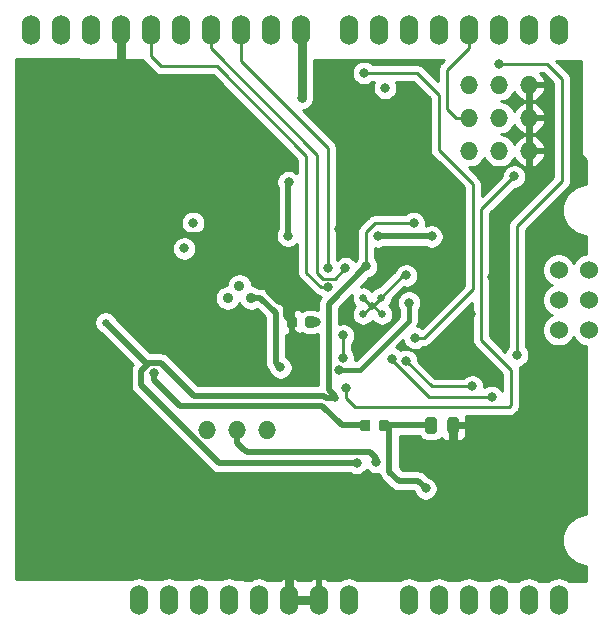
<source format=gbl>
G04 #@! TF.GenerationSoftware,KiCad,Pcbnew,(5.1.5)-2*
G04 #@! TF.CreationDate,2020-04-29T22:29:47+05:00*
G04 #@! TF.ProjectId,interferometer,696e7465-7266-4657-926f-6d657465722e,1*
G04 #@! TF.SameCoordinates,Original*
G04 #@! TF.FileFunction,Copper,L2,Bot*
G04 #@! TF.FilePolarity,Positive*
%FSLAX46Y46*%
G04 Gerber Fmt 4.6, Leading zero omitted, Abs format (unit mm)*
G04 Created by KiCad (PCBNEW (5.1.5)-2) date 2020-04-29 22:29:47*
%MOMM*%
%LPD*%
G04 APERTURE LIST*
%ADD10C,1.524000*%
%ADD11O,1.524000X2.540000*%
%ADD12C,0.100000*%
%ADD13C,0.900000*%
%ADD14O,1.524000X1.524000*%
%ADD15C,0.800000*%
%ADD16C,0.650000*%
%ADD17C,0.508000*%
%ADD18C,0.500000*%
%ADD19C,0.800000*%
%ADD20C,0.250000*%
%ADD21C,0.381000*%
%ADD22C,0.254000*%
G04 APERTURE END LIST*
D10*
X182206173Y-99230349D03*
X179666173Y-99230349D03*
X182206173Y-96690349D03*
X179666173Y-96690349D03*
X182206173Y-94150349D03*
X179666173Y-94150349D03*
D11*
X144106173Y-122090349D03*
X146646173Y-122090349D03*
X134962173Y-73830349D03*
X137502173Y-73830349D03*
X154266173Y-122090349D03*
X140042173Y-73830349D03*
X142582173Y-73830349D03*
X145122173Y-73830349D03*
X147662173Y-73830349D03*
X150202173Y-73830349D03*
X152742173Y-73830349D03*
X155282173Y-73830349D03*
X157822173Y-73830349D03*
X161886173Y-73830349D03*
X164426173Y-73830349D03*
X166966173Y-73830349D03*
X169506173Y-73830349D03*
X172046173Y-73830349D03*
X174586173Y-73830349D03*
X177126173Y-73830349D03*
X179666173Y-73830349D03*
X149186173Y-122090349D03*
X151726173Y-122090349D03*
X156806173Y-122090349D03*
X159346173Y-122090349D03*
X161886173Y-122090349D03*
X172046173Y-122090349D03*
X169506173Y-122090349D03*
X166966173Y-122090349D03*
X174586173Y-122090349D03*
X177126173Y-122090349D03*
X179666173Y-122090349D03*
G04 #@! TA.AperFunction,SMDPad,CuDef*
D12*
G36*
X157313691Y-98078053D02*
G01*
X157334926Y-98081203D01*
X157355750Y-98086419D01*
X157375962Y-98093651D01*
X157395368Y-98102830D01*
X157413781Y-98113866D01*
X157431024Y-98126654D01*
X157446930Y-98141070D01*
X157461346Y-98156976D01*
X157474134Y-98174219D01*
X157485170Y-98192632D01*
X157494349Y-98212038D01*
X157501581Y-98232250D01*
X157506797Y-98253074D01*
X157509947Y-98274309D01*
X157511000Y-98295750D01*
X157511000Y-98808250D01*
X157509947Y-98829691D01*
X157506797Y-98850926D01*
X157501581Y-98871750D01*
X157494349Y-98891962D01*
X157485170Y-98911368D01*
X157474134Y-98929781D01*
X157461346Y-98947024D01*
X157446930Y-98962930D01*
X157431024Y-98977346D01*
X157413781Y-98990134D01*
X157395368Y-99001170D01*
X157375962Y-99010349D01*
X157355750Y-99017581D01*
X157334926Y-99022797D01*
X157313691Y-99025947D01*
X157292250Y-99027000D01*
X156854750Y-99027000D01*
X156833309Y-99025947D01*
X156812074Y-99022797D01*
X156791250Y-99017581D01*
X156771038Y-99010349D01*
X156751632Y-99001170D01*
X156733219Y-98990134D01*
X156715976Y-98977346D01*
X156700070Y-98962930D01*
X156685654Y-98947024D01*
X156672866Y-98929781D01*
X156661830Y-98911368D01*
X156652651Y-98891962D01*
X156645419Y-98871750D01*
X156640203Y-98850926D01*
X156637053Y-98829691D01*
X156636000Y-98808250D01*
X156636000Y-98295750D01*
X156637053Y-98274309D01*
X156640203Y-98253074D01*
X156645419Y-98232250D01*
X156652651Y-98212038D01*
X156661830Y-98192632D01*
X156672866Y-98174219D01*
X156685654Y-98156976D01*
X156700070Y-98141070D01*
X156715976Y-98126654D01*
X156733219Y-98113866D01*
X156751632Y-98102830D01*
X156771038Y-98093651D01*
X156791250Y-98086419D01*
X156812074Y-98081203D01*
X156833309Y-98078053D01*
X156854750Y-98077000D01*
X157292250Y-98077000D01*
X157313691Y-98078053D01*
G37*
G04 #@! TD.AperFunction*
G04 #@! TA.AperFunction,SMDPad,CuDef*
G36*
X158888691Y-98078053D02*
G01*
X158909926Y-98081203D01*
X158930750Y-98086419D01*
X158950962Y-98093651D01*
X158970368Y-98102830D01*
X158988781Y-98113866D01*
X159006024Y-98126654D01*
X159021930Y-98141070D01*
X159036346Y-98156976D01*
X159049134Y-98174219D01*
X159060170Y-98192632D01*
X159069349Y-98212038D01*
X159076581Y-98232250D01*
X159081797Y-98253074D01*
X159084947Y-98274309D01*
X159086000Y-98295750D01*
X159086000Y-98808250D01*
X159084947Y-98829691D01*
X159081797Y-98850926D01*
X159076581Y-98871750D01*
X159069349Y-98891962D01*
X159060170Y-98911368D01*
X159049134Y-98929781D01*
X159036346Y-98947024D01*
X159021930Y-98962930D01*
X159006024Y-98977346D01*
X158988781Y-98990134D01*
X158970368Y-99001170D01*
X158950962Y-99010349D01*
X158930750Y-99017581D01*
X158909926Y-99022797D01*
X158888691Y-99025947D01*
X158867250Y-99027000D01*
X158429750Y-99027000D01*
X158408309Y-99025947D01*
X158387074Y-99022797D01*
X158366250Y-99017581D01*
X158346038Y-99010349D01*
X158326632Y-99001170D01*
X158308219Y-98990134D01*
X158290976Y-98977346D01*
X158275070Y-98962930D01*
X158260654Y-98947024D01*
X158247866Y-98929781D01*
X158236830Y-98911368D01*
X158227651Y-98891962D01*
X158220419Y-98871750D01*
X158215203Y-98850926D01*
X158212053Y-98829691D01*
X158211000Y-98808250D01*
X158211000Y-98295750D01*
X158212053Y-98274309D01*
X158215203Y-98253074D01*
X158220419Y-98232250D01*
X158227651Y-98212038D01*
X158236830Y-98192632D01*
X158247866Y-98174219D01*
X158260654Y-98156976D01*
X158275070Y-98141070D01*
X158290976Y-98126654D01*
X158308219Y-98113866D01*
X158326632Y-98102830D01*
X158346038Y-98093651D01*
X158366250Y-98086419D01*
X158387074Y-98081203D01*
X158408309Y-98078053D01*
X158429750Y-98077000D01*
X158867250Y-98077000D01*
X158888691Y-98078053D01*
G37*
G04 #@! TD.AperFunction*
G04 #@! TA.AperFunction,SMDPad,CuDef*
G36*
X163536691Y-106841053D02*
G01*
X163557926Y-106844203D01*
X163578750Y-106849419D01*
X163598962Y-106856651D01*
X163618368Y-106865830D01*
X163636781Y-106876866D01*
X163654024Y-106889654D01*
X163669930Y-106904070D01*
X163684346Y-106919976D01*
X163697134Y-106937219D01*
X163708170Y-106955632D01*
X163717349Y-106975038D01*
X163724581Y-106995250D01*
X163729797Y-107016074D01*
X163732947Y-107037309D01*
X163734000Y-107058750D01*
X163734000Y-107571250D01*
X163732947Y-107592691D01*
X163729797Y-107613926D01*
X163724581Y-107634750D01*
X163717349Y-107654962D01*
X163708170Y-107674368D01*
X163697134Y-107692781D01*
X163684346Y-107710024D01*
X163669930Y-107725930D01*
X163654024Y-107740346D01*
X163636781Y-107753134D01*
X163618368Y-107764170D01*
X163598962Y-107773349D01*
X163578750Y-107780581D01*
X163557926Y-107785797D01*
X163536691Y-107788947D01*
X163515250Y-107790000D01*
X163077750Y-107790000D01*
X163056309Y-107788947D01*
X163035074Y-107785797D01*
X163014250Y-107780581D01*
X162994038Y-107773349D01*
X162974632Y-107764170D01*
X162956219Y-107753134D01*
X162938976Y-107740346D01*
X162923070Y-107725930D01*
X162908654Y-107710024D01*
X162895866Y-107692781D01*
X162884830Y-107674368D01*
X162875651Y-107654962D01*
X162868419Y-107634750D01*
X162863203Y-107613926D01*
X162860053Y-107592691D01*
X162859000Y-107571250D01*
X162859000Y-107058750D01*
X162860053Y-107037309D01*
X162863203Y-107016074D01*
X162868419Y-106995250D01*
X162875651Y-106975038D01*
X162884830Y-106955632D01*
X162895866Y-106937219D01*
X162908654Y-106919976D01*
X162923070Y-106904070D01*
X162938976Y-106889654D01*
X162956219Y-106876866D01*
X162974632Y-106865830D01*
X162994038Y-106856651D01*
X163014250Y-106849419D01*
X163035074Y-106844203D01*
X163056309Y-106841053D01*
X163077750Y-106840000D01*
X163515250Y-106840000D01*
X163536691Y-106841053D01*
G37*
G04 #@! TD.AperFunction*
G04 #@! TA.AperFunction,SMDPad,CuDef*
G36*
X165111691Y-106841053D02*
G01*
X165132926Y-106844203D01*
X165153750Y-106849419D01*
X165173962Y-106856651D01*
X165193368Y-106865830D01*
X165211781Y-106876866D01*
X165229024Y-106889654D01*
X165244930Y-106904070D01*
X165259346Y-106919976D01*
X165272134Y-106937219D01*
X165283170Y-106955632D01*
X165292349Y-106975038D01*
X165299581Y-106995250D01*
X165304797Y-107016074D01*
X165307947Y-107037309D01*
X165309000Y-107058750D01*
X165309000Y-107571250D01*
X165307947Y-107592691D01*
X165304797Y-107613926D01*
X165299581Y-107634750D01*
X165292349Y-107654962D01*
X165283170Y-107674368D01*
X165272134Y-107692781D01*
X165259346Y-107710024D01*
X165244930Y-107725930D01*
X165229024Y-107740346D01*
X165211781Y-107753134D01*
X165193368Y-107764170D01*
X165173962Y-107773349D01*
X165153750Y-107780581D01*
X165132926Y-107785797D01*
X165111691Y-107788947D01*
X165090250Y-107790000D01*
X164652750Y-107790000D01*
X164631309Y-107788947D01*
X164610074Y-107785797D01*
X164589250Y-107780581D01*
X164569038Y-107773349D01*
X164549632Y-107764170D01*
X164531219Y-107753134D01*
X164513976Y-107740346D01*
X164498070Y-107725930D01*
X164483654Y-107710024D01*
X164470866Y-107692781D01*
X164459830Y-107674368D01*
X164450651Y-107654962D01*
X164443419Y-107634750D01*
X164438203Y-107613926D01*
X164435053Y-107592691D01*
X164434000Y-107571250D01*
X164434000Y-107058750D01*
X164435053Y-107037309D01*
X164438203Y-107016074D01*
X164443419Y-106995250D01*
X164450651Y-106975038D01*
X164459830Y-106955632D01*
X164470866Y-106937219D01*
X164483654Y-106919976D01*
X164498070Y-106904070D01*
X164513976Y-106889654D01*
X164531219Y-106876866D01*
X164549632Y-106865830D01*
X164569038Y-106856651D01*
X164589250Y-106849419D01*
X164610074Y-106844203D01*
X164631309Y-106841053D01*
X164652750Y-106840000D01*
X165090250Y-106840000D01*
X165111691Y-106841053D01*
G37*
G04 #@! TD.AperFunction*
G04 #@! TA.AperFunction,SMDPad,CuDef*
G36*
X171004142Y-106616174D02*
G01*
X171027803Y-106619684D01*
X171051007Y-106625496D01*
X171073529Y-106633554D01*
X171095153Y-106643782D01*
X171115670Y-106656079D01*
X171134883Y-106670329D01*
X171152607Y-106686393D01*
X171168671Y-106704117D01*
X171182921Y-106723330D01*
X171195218Y-106743847D01*
X171205446Y-106765471D01*
X171213504Y-106787993D01*
X171219316Y-106811197D01*
X171222826Y-106834858D01*
X171224000Y-106858750D01*
X171224000Y-107771250D01*
X171222826Y-107795142D01*
X171219316Y-107818803D01*
X171213504Y-107842007D01*
X171205446Y-107864529D01*
X171195218Y-107886153D01*
X171182921Y-107906670D01*
X171168671Y-107925883D01*
X171152607Y-107943607D01*
X171134883Y-107959671D01*
X171115670Y-107973921D01*
X171095153Y-107986218D01*
X171073529Y-107996446D01*
X171051007Y-108004504D01*
X171027803Y-108010316D01*
X171004142Y-108013826D01*
X170980250Y-108015000D01*
X170492750Y-108015000D01*
X170468858Y-108013826D01*
X170445197Y-108010316D01*
X170421993Y-108004504D01*
X170399471Y-107996446D01*
X170377847Y-107986218D01*
X170357330Y-107973921D01*
X170338117Y-107959671D01*
X170320393Y-107943607D01*
X170304329Y-107925883D01*
X170290079Y-107906670D01*
X170277782Y-107886153D01*
X170267554Y-107864529D01*
X170259496Y-107842007D01*
X170253684Y-107818803D01*
X170250174Y-107795142D01*
X170249000Y-107771250D01*
X170249000Y-106858750D01*
X170250174Y-106834858D01*
X170253684Y-106811197D01*
X170259496Y-106787993D01*
X170267554Y-106765471D01*
X170277782Y-106743847D01*
X170290079Y-106723330D01*
X170304329Y-106704117D01*
X170320393Y-106686393D01*
X170338117Y-106670329D01*
X170357330Y-106656079D01*
X170377847Y-106643782D01*
X170399471Y-106633554D01*
X170421993Y-106625496D01*
X170445197Y-106619684D01*
X170468858Y-106616174D01*
X170492750Y-106615000D01*
X170980250Y-106615000D01*
X171004142Y-106616174D01*
G37*
G04 #@! TD.AperFunction*
G04 #@! TA.AperFunction,SMDPad,CuDef*
G36*
X169129142Y-106616174D02*
G01*
X169152803Y-106619684D01*
X169176007Y-106625496D01*
X169198529Y-106633554D01*
X169220153Y-106643782D01*
X169240670Y-106656079D01*
X169259883Y-106670329D01*
X169277607Y-106686393D01*
X169293671Y-106704117D01*
X169307921Y-106723330D01*
X169320218Y-106743847D01*
X169330446Y-106765471D01*
X169338504Y-106787993D01*
X169344316Y-106811197D01*
X169347826Y-106834858D01*
X169349000Y-106858750D01*
X169349000Y-107771250D01*
X169347826Y-107795142D01*
X169344316Y-107818803D01*
X169338504Y-107842007D01*
X169330446Y-107864529D01*
X169320218Y-107886153D01*
X169307921Y-107906670D01*
X169293671Y-107925883D01*
X169277607Y-107943607D01*
X169259883Y-107959671D01*
X169240670Y-107973921D01*
X169220153Y-107986218D01*
X169198529Y-107996446D01*
X169176007Y-108004504D01*
X169152803Y-108010316D01*
X169129142Y-108013826D01*
X169105250Y-108015000D01*
X168617750Y-108015000D01*
X168593858Y-108013826D01*
X168570197Y-108010316D01*
X168546993Y-108004504D01*
X168524471Y-107996446D01*
X168502847Y-107986218D01*
X168482330Y-107973921D01*
X168463117Y-107959671D01*
X168445393Y-107943607D01*
X168429329Y-107925883D01*
X168415079Y-107906670D01*
X168402782Y-107886153D01*
X168392554Y-107864529D01*
X168384496Y-107842007D01*
X168378684Y-107818803D01*
X168375174Y-107795142D01*
X168374000Y-107771250D01*
X168374000Y-106858750D01*
X168375174Y-106834858D01*
X168378684Y-106811197D01*
X168384496Y-106787993D01*
X168392554Y-106765471D01*
X168402782Y-106743847D01*
X168415079Y-106723330D01*
X168429329Y-106704117D01*
X168445393Y-106686393D01*
X168463117Y-106670329D01*
X168482330Y-106656079D01*
X168502847Y-106643782D01*
X168524471Y-106633554D01*
X168546993Y-106625496D01*
X168570197Y-106619684D01*
X168593858Y-106616174D01*
X168617750Y-106615000D01*
X169105250Y-106615000D01*
X169129142Y-106616174D01*
G37*
G04 #@! TD.AperFunction*
D13*
X153638000Y-96520000D03*
X151638000Y-96520000D03*
X152638000Y-95520000D03*
D14*
X172085000Y-81280000D03*
X174625000Y-81280000D03*
X177165000Y-81280000D03*
X172085000Y-78486000D03*
X174625000Y-78486000D03*
X177165000Y-78486000D03*
X149860000Y-107696000D03*
X152400000Y-107696000D03*
X154940000Y-107696000D03*
X172085000Y-84074000D03*
X174625000Y-84074000D03*
X177165000Y-84074000D03*
D15*
X168402000Y-112649000D03*
X172212000Y-97917000D03*
X173990000Y-94742000D03*
X173101000Y-107315000D03*
X169926000Y-92456000D03*
X157607000Y-99822000D03*
X156794200Y-118897400D03*
X162179000Y-85090000D03*
X138557000Y-94488000D03*
X138684000Y-92329000D03*
X155067000Y-91186000D03*
X148114000Y-117062000D03*
X162500000Y-117600000D03*
X161100000Y-90700000D03*
X148717000Y-90170000D03*
X164973000Y-78740000D03*
X147955000Y-92329000D03*
X156800000Y-86700000D03*
X156750000Y-91250000D03*
X163170000Y-77470000D03*
X167500000Y-99900000D03*
X157900000Y-79600000D03*
X160100000Y-94000000D03*
X161600000Y-94000000D03*
X160100000Y-95600000D03*
X168900000Y-91300000D03*
X159111000Y-98552000D03*
X164338000Y-91313000D03*
X161381454Y-101565010D03*
X161417000Y-99695000D03*
X161671000Y-104140000D03*
X175895000Y-86233000D03*
X164200000Y-110400000D03*
X174625000Y-76708000D03*
X172338994Y-104013000D03*
X166750996Y-101854004D03*
X176149000Y-101346000D03*
X165533141Y-101674859D03*
X173990000Y-104902000D03*
D16*
X164600000Y-96500000D03*
X164700000Y-97900000D03*
X163100000Y-97900000D03*
X163100000Y-96500000D03*
D15*
X166751000Y-94615010D03*
X162560000Y-110490000D03*
X167385990Y-90170000D03*
X163374990Y-93842140D03*
D16*
X141300000Y-98600000D03*
X160700000Y-105000000D03*
X163850000Y-97167700D03*
D15*
X156100000Y-102400000D03*
X166995959Y-96907753D03*
X161036000Y-102616000D03*
X145415000Y-102870000D03*
D17*
X168449000Y-107315000D02*
X165334000Y-107315000D01*
X167386000Y-112014000D02*
X167767000Y-112014000D01*
X167767000Y-112014000D02*
X168402000Y-112649000D01*
X166116000Y-112014000D02*
X167386000Y-112014000D01*
X165334000Y-111232000D02*
X166116000Y-112014000D01*
X165334000Y-107315000D02*
X165334000Y-111232000D01*
X168449000Y-107315000D02*
X168576000Y-107188000D01*
X164871500Y-107315000D02*
X168861500Y-107315000D01*
X171149000Y-107315000D02*
X173101000Y-107315000D01*
X139827000Y-91186000D02*
X138684000Y-92329000D01*
X155067000Y-91186000D02*
X139827000Y-91186000D01*
X156591000Y-98069500D02*
X157073500Y-98552000D01*
X156591000Y-96901000D02*
X156591000Y-98069500D01*
D18*
X156591000Y-96901000D02*
X156025315Y-96901000D01*
X155067000Y-95942685D02*
X155067000Y-91186000D01*
X156025315Y-96901000D02*
X155067000Y-95942685D01*
D19*
X148114000Y-117062000D02*
X148114000Y-118014000D01*
X148997400Y-118897400D02*
X156794200Y-118897400D01*
X148114000Y-118014000D02*
X148997400Y-118897400D01*
X156895800Y-118999000D02*
X156794200Y-118897400D01*
X156806173Y-118909373D02*
X156794200Y-118897400D01*
X156806173Y-122090349D02*
X156806173Y-118909373D01*
X157359885Y-118897400D02*
X157362485Y-118900000D01*
X156794200Y-118897400D02*
X157359885Y-118897400D01*
X157362485Y-118900000D02*
X161200000Y-118900000D01*
X161200000Y-118900000D02*
X162500000Y-117600000D01*
X162500000Y-117600000D02*
X162500000Y-117600000D01*
X162500000Y-117600000D02*
X166600000Y-117600000D01*
X170736500Y-113463500D02*
X170736500Y-107315000D01*
X166600000Y-117600000D02*
X170736500Y-113463500D01*
X142582173Y-88430827D02*
X138684000Y-92329000D01*
X142582173Y-73830349D02*
X142582173Y-88430827D01*
D17*
X177165000Y-78486000D02*
X177165000Y-84074000D01*
X173990000Y-94742000D02*
X173990000Y-90710000D01*
X177165000Y-87535000D02*
X177165000Y-84074000D01*
X173990000Y-90710000D02*
X177165000Y-87535000D01*
X171581660Y-90800340D02*
X171581660Y-87180420D01*
X171581660Y-87180420D02*
X169491240Y-85090000D01*
X169926000Y-92456000D02*
X171581660Y-90800340D01*
X138557000Y-95053685D02*
X138600000Y-95096685D01*
X138557000Y-94488000D02*
X138557000Y-95053685D01*
X138600000Y-95096685D02*
X138600000Y-103700000D01*
X148114000Y-113214000D02*
X148114000Y-117062000D01*
X138600000Y-103700000D02*
X148114000Y-113214000D01*
D19*
X156806173Y-122090349D02*
X159346173Y-122090349D01*
D17*
X163290000Y-85090000D02*
X162179000Y-85090000D01*
X169491240Y-85090000D02*
X163290000Y-85090000D01*
X162179000Y-85090000D02*
X162179000Y-85921000D01*
X162179000Y-85921000D02*
X161100000Y-87000000D01*
X161100000Y-87000000D02*
X161100000Y-90700000D01*
X161100000Y-90700000D02*
X161100000Y-90700000D01*
D18*
X157073500Y-99288500D02*
X157607000Y-99822000D01*
X157073500Y-98552000D02*
X157073500Y-99288500D01*
D17*
X159346173Y-120312349D02*
X160758522Y-118900000D01*
X160758522Y-118900000D02*
X161200000Y-118900000D01*
X159346173Y-122090349D02*
X159346173Y-120312349D01*
D20*
X172046173Y-75350349D02*
X170200000Y-77196522D01*
X172046173Y-73830349D02*
X172046173Y-75350349D01*
X170200000Y-77196522D02*
X170200000Y-80500000D01*
X170980000Y-81280000D02*
X172085000Y-81280000D01*
X170200000Y-80500000D02*
X170980000Y-81280000D01*
D18*
X156750000Y-86750000D02*
X156800000Y-86700000D01*
X156750000Y-91250000D02*
X156750000Y-86750000D01*
D20*
X163170000Y-77470000D02*
X167670000Y-77470000D01*
X167670000Y-77470000D02*
X169500000Y-79300000D01*
X169500000Y-79300000D02*
X169500000Y-84000000D01*
X169500000Y-84000000D02*
X172400000Y-86900000D01*
X172400000Y-86900000D02*
X172400000Y-95800000D01*
X172400000Y-95800000D02*
X168300000Y-99900000D01*
X168300000Y-99900000D02*
X167500000Y-99900000D01*
X167500000Y-99900000D02*
X167500000Y-99900000D01*
D19*
X157900000Y-73908176D02*
X157822173Y-73830349D01*
X157900000Y-79600000D02*
X157900000Y-73908176D01*
D20*
X152742173Y-76442173D02*
X152742173Y-73830349D01*
X160100000Y-94000000D02*
X160100000Y-83800000D01*
X160100000Y-83800000D02*
X152742173Y-76442173D01*
X150202173Y-73830349D02*
X150202173Y-75350349D01*
X159225912Y-84374088D02*
X159225912Y-94425912D01*
X150202173Y-75350349D02*
X159225912Y-84374088D01*
X159674999Y-94874999D02*
X160725001Y-94874999D01*
X159225912Y-94425912D02*
X159674999Y-94874999D01*
X160725001Y-94874999D02*
X161600000Y-94000000D01*
X161600000Y-94000000D02*
X161600000Y-94000000D01*
X159534315Y-95600000D02*
X158300000Y-94365685D01*
X160100000Y-95600000D02*
X159534315Y-95600000D01*
X158300000Y-94365685D02*
X158300000Y-84500000D01*
X158300000Y-84500000D02*
X150700000Y-76900000D01*
X150700000Y-76900000D02*
X146000000Y-76900000D01*
X145122173Y-76022173D02*
X145122173Y-73830349D01*
X146000000Y-76900000D02*
X145122173Y-76022173D01*
D17*
X158648500Y-98552000D02*
X159111000Y-98552000D01*
D18*
X164351000Y-91300000D02*
X164338000Y-91313000D01*
X168900000Y-91300000D02*
X164351000Y-91300000D01*
D20*
X161417000Y-101529464D02*
X161381454Y-101565010D01*
X161417000Y-99695000D02*
X161417000Y-101529464D01*
X175895000Y-86233000D02*
X173101000Y-89027000D01*
X175641000Y-102616000D02*
X175641000Y-105594004D01*
X173101000Y-89027000D02*
X173101000Y-100076000D01*
X173101000Y-100076000D02*
X175641000Y-102616000D01*
X175641000Y-105594004D02*
X175444004Y-105791000D01*
X175444004Y-105791000D02*
X162433000Y-105791000D01*
X162433000Y-105791000D02*
X161671000Y-105029000D01*
X161671000Y-105029000D02*
X161671000Y-104140000D01*
D18*
X152400000Y-108773630D02*
X153026370Y-109400000D01*
X152400000Y-107696000D02*
X152400000Y-108773630D01*
X153100000Y-109400000D02*
X153300000Y-109600000D01*
X153026370Y-109400000D02*
X153100000Y-109400000D01*
X162600000Y-109600000D02*
X163700000Y-109600000D01*
X153300000Y-109600000D02*
X162600000Y-109600000D01*
X163700000Y-109600000D02*
X164200000Y-110100000D01*
X164200000Y-110100000D02*
X164200000Y-110400000D01*
X164200000Y-110400000D02*
X164200000Y-110400000D01*
D20*
X174625000Y-76708000D02*
X178689000Y-76708000D01*
X176149000Y-100780315D02*
X176149000Y-101346000D01*
X178689000Y-76708000D02*
X179959000Y-77978000D01*
X179959000Y-86614000D02*
X176149000Y-90424000D01*
X176149000Y-90424000D02*
X176149000Y-100780315D01*
X168909992Y-104013000D02*
X166750996Y-101854004D01*
X172338994Y-104013000D02*
X168909992Y-104013000D01*
X179959000Y-77978000D02*
X179959000Y-86614000D01*
X173990000Y-104902000D02*
X168656000Y-104902000D01*
X168656000Y-104902000D02*
X165533141Y-101779141D01*
X165533141Y-101779141D02*
X165533141Y-101674859D01*
X163374990Y-93842140D02*
X163374990Y-90925010D01*
X164130000Y-90170000D02*
X167385990Y-90170000D01*
X163374990Y-90925010D02*
X164130000Y-90170000D01*
D18*
X141300000Y-98600000D02*
X141300000Y-98600000D01*
X163374990Y-93842140D02*
X160185999Y-97031131D01*
X160185999Y-104314001D02*
X160700000Y-104828002D01*
X160185999Y-99985999D02*
X160185999Y-104314001D01*
X160185999Y-97031131D02*
X160185999Y-99985999D01*
X160700000Y-104828002D02*
X160700000Y-105000000D01*
X160700000Y-105000000D02*
X160700000Y-105100000D01*
X159970620Y-105000000D02*
X159770620Y-104800000D01*
X160700000Y-105000000D02*
X159970620Y-105000000D01*
X159770620Y-104800000D02*
X148800000Y-104800000D01*
X145006999Y-102019999D02*
X144300000Y-102726998D01*
X148800000Y-104800000D02*
X146019999Y-102019999D01*
X146019999Y-102019999D02*
X145006999Y-102019999D01*
X144300000Y-102726998D02*
X144300000Y-103900000D01*
X150890000Y-110490000D02*
X162560000Y-110490000D01*
X144300000Y-103900000D02*
X150890000Y-110490000D01*
X144719999Y-102019999D02*
X146019999Y-102019999D01*
X141300000Y-98600000D02*
X144719999Y-102019999D01*
D20*
X166484990Y-94615010D02*
X166751000Y-94615010D01*
X164600000Y-96500000D02*
X166484990Y-94615010D01*
X163932300Y-97167700D02*
X164600000Y-96500000D01*
X163850000Y-97167700D02*
X163932300Y-97167700D01*
X163767700Y-97167700D02*
X163100000Y-96500000D01*
X163850000Y-97167700D02*
X163767700Y-97167700D01*
X163832300Y-97167700D02*
X163100000Y-97900000D01*
X163850000Y-97167700D02*
X163832300Y-97167700D01*
X163967700Y-97167700D02*
X164700000Y-97900000D01*
X163850000Y-97167700D02*
X163967700Y-97167700D01*
D18*
X153638000Y-96520000D02*
X154420000Y-96520000D01*
X154420000Y-96520000D02*
X155700000Y-97800000D01*
X155700001Y-102000001D02*
X156100000Y-102400000D01*
X155700000Y-97800000D02*
X155700001Y-102000001D01*
D21*
X161036000Y-102616000D02*
X162814000Y-102616000D01*
X166995959Y-98434041D02*
X166995959Y-96907753D01*
X162814000Y-102616000D02*
X166995959Y-98434041D01*
D17*
X161290000Y-107315000D02*
X162834000Y-107315000D01*
X159639000Y-105664000D02*
X161290000Y-107315000D01*
X147643315Y-105664000D02*
X159639000Y-105664000D01*
X145415000Y-102870000D02*
X145415000Y-103435685D01*
X145415000Y-103435685D02*
X147643315Y-105664000D01*
X163296500Y-107315000D02*
X161290000Y-107315000D01*
D22*
G36*
X144435208Y-76349180D02*
G01*
X144487199Y-76446449D01*
X144523742Y-76490976D01*
X144582172Y-76562174D01*
X144611175Y-76585976D01*
X145436200Y-77411002D01*
X145459999Y-77440001D01*
X145575724Y-77534974D01*
X145707753Y-77605546D01*
X145851014Y-77649003D01*
X145962667Y-77660000D01*
X145962677Y-77660000D01*
X146000000Y-77663676D01*
X146037323Y-77660000D01*
X150385199Y-77660000D01*
X157540001Y-84814803D01*
X157540001Y-85976290D01*
X157459774Y-85896063D01*
X157290256Y-85782795D01*
X157101898Y-85704774D01*
X156901939Y-85665000D01*
X156698061Y-85665000D01*
X156498102Y-85704774D01*
X156309744Y-85782795D01*
X156140226Y-85896063D01*
X155996063Y-86040226D01*
X155882795Y-86209744D01*
X155804774Y-86398102D01*
X155765000Y-86598061D01*
X155765000Y-86801939D01*
X155804774Y-87001898D01*
X155865001Y-87147298D01*
X155865000Y-90711545D01*
X155832795Y-90759744D01*
X155754774Y-90948102D01*
X155715000Y-91148061D01*
X155715000Y-91351939D01*
X155754774Y-91551898D01*
X155832795Y-91740256D01*
X155946063Y-91909774D01*
X156090226Y-92053937D01*
X156259744Y-92167205D01*
X156448102Y-92245226D01*
X156648061Y-92285000D01*
X156851939Y-92285000D01*
X157051898Y-92245226D01*
X157240256Y-92167205D01*
X157409774Y-92053937D01*
X157540000Y-91923711D01*
X157540000Y-94328363D01*
X157536324Y-94365685D01*
X157540000Y-94403007D01*
X157540000Y-94403017D01*
X157550997Y-94514670D01*
X157581435Y-94615011D01*
X157594454Y-94657931D01*
X157665026Y-94789961D01*
X157683176Y-94812076D01*
X157759999Y-94905686D01*
X157789003Y-94929489D01*
X158970516Y-96111003D01*
X158994314Y-96140001D01*
X159023312Y-96163799D01*
X159110038Y-96234974D01*
X159199624Y-96282859D01*
X159242068Y-96305546D01*
X159385276Y-96348987D01*
X159440226Y-96403937D01*
X159514901Y-96453833D01*
X159446588Y-96537073D01*
X159364410Y-96690819D01*
X159347693Y-96745927D01*
X159320223Y-96836483D01*
X159313804Y-96857642D01*
X159300999Y-96987655D01*
X159300999Y-96987662D01*
X159296718Y-97031131D01*
X159300999Y-97074600D01*
X159300999Y-97534516D01*
X159222883Y-97518978D01*
X159195142Y-97504150D01*
X159034408Y-97455392D01*
X158867250Y-97438928D01*
X158429750Y-97438928D01*
X158262592Y-97455392D01*
X158101858Y-97504150D01*
X157953725Y-97583329D01*
X157932070Y-97601100D01*
X157865494Y-97546463D01*
X157755180Y-97487498D01*
X157635482Y-97451188D01*
X157511000Y-97438928D01*
X157359250Y-97442000D01*
X157200500Y-97600750D01*
X157200500Y-98425000D01*
X157220500Y-98425000D01*
X157220500Y-98679000D01*
X157200500Y-98679000D01*
X157200500Y-99503250D01*
X157359250Y-99662000D01*
X157511000Y-99665072D01*
X157635482Y-99652812D01*
X157755180Y-99616502D01*
X157865494Y-99557537D01*
X157932070Y-99502900D01*
X157953725Y-99520671D01*
X158101858Y-99599850D01*
X158262592Y-99648608D01*
X158429750Y-99665072D01*
X158867250Y-99665072D01*
X159034408Y-99648608D01*
X159195142Y-99599850D01*
X159222883Y-99585022D01*
X159301000Y-99569484D01*
X159301000Y-99942513D01*
X159300999Y-99942523D01*
X159301000Y-103915000D01*
X149166579Y-103915000D01*
X146676533Y-101424955D01*
X146648816Y-101391182D01*
X146514058Y-101280588D01*
X146360312Y-101198410D01*
X146193489Y-101147804D01*
X146063476Y-101134999D01*
X146063468Y-101134999D01*
X146019999Y-101130718D01*
X145976530Y-101134999D01*
X145086578Y-101134999D01*
X142188850Y-98237272D01*
X142150741Y-98145269D01*
X142045681Y-97988036D01*
X141911964Y-97854319D01*
X141754731Y-97749259D01*
X141580022Y-97676892D01*
X141394552Y-97640000D01*
X141205448Y-97640000D01*
X141019978Y-97676892D01*
X140845269Y-97749259D01*
X140688036Y-97854319D01*
X140554319Y-97988036D01*
X140449259Y-98145269D01*
X140376892Y-98319978D01*
X140340000Y-98505448D01*
X140340000Y-98694552D01*
X140376892Y-98880022D01*
X140449259Y-99054731D01*
X140554319Y-99211964D01*
X140688036Y-99345681D01*
X140845269Y-99450741D01*
X140937272Y-99488850D01*
X143615028Y-102166606D01*
X143560589Y-102232940D01*
X143478411Y-102386686D01*
X143454043Y-102467015D01*
X143435500Y-102528144D01*
X143427805Y-102553509D01*
X143415000Y-102683522D01*
X143415000Y-102683529D01*
X143410719Y-102726998D01*
X143415000Y-102770468D01*
X143415001Y-103856522D01*
X143410719Y-103900000D01*
X143427805Y-104073490D01*
X143478412Y-104240313D01*
X143560590Y-104394059D01*
X143643468Y-104495046D01*
X143643471Y-104495049D01*
X143671184Y-104528817D01*
X143704952Y-104556530D01*
X150233470Y-111085049D01*
X150261183Y-111118817D01*
X150294951Y-111146530D01*
X150294953Y-111146532D01*
X150346331Y-111188697D01*
X150395941Y-111229411D01*
X150549687Y-111311589D01*
X150716510Y-111362195D01*
X150846523Y-111375000D01*
X150846533Y-111375000D01*
X150889999Y-111379281D01*
X150933465Y-111375000D01*
X162021546Y-111375000D01*
X162069744Y-111407205D01*
X162258102Y-111485226D01*
X162458061Y-111525000D01*
X162661939Y-111525000D01*
X162861898Y-111485226D01*
X163050256Y-111407205D01*
X163219774Y-111293937D01*
X163363937Y-111149774D01*
X163412854Y-111076565D01*
X163540226Y-111203937D01*
X163709744Y-111317205D01*
X163898102Y-111395226D01*
X164098061Y-111435000D01*
X164301939Y-111435000D01*
X164457643Y-111404029D01*
X164457864Y-111406274D01*
X164508698Y-111573852D01*
X164530158Y-111614000D01*
X164591248Y-111728291D01*
X164702342Y-111863659D01*
X164736259Y-111891494D01*
X165456504Y-112611740D01*
X165484341Y-112645659D01*
X165619709Y-112756753D01*
X165774149Y-112839303D01*
X165868758Y-112868002D01*
X165941725Y-112890136D01*
X165960073Y-112891943D01*
X166072333Y-112903000D01*
X166072339Y-112903000D01*
X166115999Y-112907300D01*
X166159659Y-112903000D01*
X167397247Y-112903000D01*
X167406774Y-112950898D01*
X167484795Y-113139256D01*
X167598063Y-113308774D01*
X167742226Y-113452937D01*
X167911744Y-113566205D01*
X168100102Y-113644226D01*
X168300061Y-113684000D01*
X168503939Y-113684000D01*
X168703898Y-113644226D01*
X168892256Y-113566205D01*
X169061774Y-113452937D01*
X169205937Y-113308774D01*
X169319205Y-113139256D01*
X169397226Y-112950898D01*
X169437000Y-112750939D01*
X169437000Y-112547061D01*
X169397226Y-112347102D01*
X169319205Y-112158744D01*
X169205937Y-111989226D01*
X169061774Y-111845063D01*
X168892256Y-111731795D01*
X168703898Y-111653774D01*
X168654105Y-111643870D01*
X168426498Y-111416263D01*
X168398659Y-111382341D01*
X168263291Y-111271247D01*
X168108851Y-111188697D01*
X167941274Y-111137864D01*
X167810667Y-111125000D01*
X167810660Y-111125000D01*
X167767000Y-111120700D01*
X167723340Y-111125000D01*
X166484236Y-111125000D01*
X166223000Y-110863765D01*
X166223000Y-108204000D01*
X167853987Y-108204000D01*
X167884542Y-108261164D01*
X167994208Y-108394792D01*
X168127836Y-108504458D01*
X168280291Y-108585947D01*
X168445715Y-108636128D01*
X168617750Y-108653072D01*
X169105250Y-108653072D01*
X169277285Y-108636128D01*
X169442709Y-108585947D01*
X169595164Y-108504458D01*
X169728792Y-108394792D01*
X169734008Y-108388436D01*
X169797815Y-108466185D01*
X169894506Y-108545537D01*
X170004820Y-108604502D01*
X170124518Y-108640812D01*
X170249000Y-108653072D01*
X170450750Y-108650000D01*
X170609500Y-108491250D01*
X170609500Y-107442000D01*
X170863500Y-107442000D01*
X170863500Y-108491250D01*
X171022250Y-108650000D01*
X171224000Y-108653072D01*
X171348482Y-108640812D01*
X171468180Y-108604502D01*
X171578494Y-108545537D01*
X171675185Y-108466185D01*
X171754537Y-108369494D01*
X171813502Y-108259180D01*
X171849812Y-108139482D01*
X171862072Y-108015000D01*
X171859000Y-107600750D01*
X171700250Y-107442000D01*
X170863500Y-107442000D01*
X170609500Y-107442000D01*
X170589500Y-107442000D01*
X170589500Y-107188000D01*
X170609500Y-107188000D01*
X170609500Y-107168000D01*
X170863500Y-107168000D01*
X170863500Y-107188000D01*
X171700250Y-107188000D01*
X171859000Y-107029250D01*
X171862072Y-106615000D01*
X171855769Y-106551000D01*
X175406682Y-106551000D01*
X175444004Y-106554676D01*
X175481326Y-106551000D01*
X175481337Y-106551000D01*
X175592990Y-106540003D01*
X175736251Y-106496546D01*
X175868280Y-106425974D01*
X175984005Y-106331001D01*
X176007807Y-106301998D01*
X176152002Y-106157804D01*
X176181001Y-106134005D01*
X176275974Y-106018280D01*
X176346546Y-105886251D01*
X176390003Y-105742990D01*
X176401000Y-105631337D01*
X176401000Y-105631328D01*
X176404676Y-105594005D01*
X176401000Y-105556682D01*
X176401000Y-102653322D01*
X176404676Y-102615999D01*
X176401000Y-102578676D01*
X176401000Y-102578667D01*
X176390003Y-102467014D01*
X176357483Y-102359807D01*
X176450898Y-102341226D01*
X176639256Y-102263205D01*
X176808774Y-102149937D01*
X176952937Y-102005774D01*
X177066205Y-101836256D01*
X177144226Y-101647898D01*
X177184000Y-101447939D01*
X177184000Y-101244061D01*
X177144226Y-101044102D01*
X177066205Y-100855744D01*
X176952937Y-100686226D01*
X176909000Y-100642289D01*
X176909000Y-90738801D01*
X180470003Y-87177799D01*
X180499001Y-87154001D01*
X180593974Y-87038276D01*
X180664546Y-86906247D01*
X180708003Y-86762986D01*
X180719000Y-86651333D01*
X180719000Y-86651325D01*
X180722676Y-86614000D01*
X180719000Y-86576675D01*
X180719000Y-78015322D01*
X180722676Y-77977999D01*
X180719000Y-77940676D01*
X180719000Y-77940667D01*
X180708003Y-77829014D01*
X180664546Y-77685753D01*
X180593974Y-77553724D01*
X180499001Y-77437999D01*
X180470004Y-77414202D01*
X179477383Y-76421582D01*
X181535001Y-76425833D01*
X181535000Y-84039125D01*
X181531565Y-84074000D01*
X181535000Y-84108875D01*
X181535000Y-84108876D01*
X181545273Y-84213183D01*
X181585872Y-84347019D01*
X181651800Y-84470362D01*
X181740525Y-84578474D01*
X181767617Y-84600708D01*
X181973000Y-84806091D01*
X181973000Y-86850689D01*
X181557894Y-86933258D01*
X181153424Y-87100795D01*
X180789412Y-87344020D01*
X180479844Y-87653588D01*
X180236619Y-88017600D01*
X180069082Y-88422070D01*
X179983673Y-88851452D01*
X179983673Y-89289246D01*
X180069082Y-89718628D01*
X180236619Y-90123098D01*
X180479844Y-90487110D01*
X180789412Y-90796678D01*
X181153424Y-91039903D01*
X181557894Y-91207440D01*
X181973000Y-91290009D01*
X181973000Y-92772361D01*
X181798683Y-92807035D01*
X181544446Y-92912344D01*
X181315638Y-93065229D01*
X181121053Y-93259814D01*
X180968168Y-93488622D01*
X180936173Y-93565864D01*
X180904178Y-93488622D01*
X180751293Y-93259814D01*
X180556708Y-93065229D01*
X180327900Y-92912344D01*
X180073663Y-92807035D01*
X179803765Y-92753349D01*
X179528581Y-92753349D01*
X179258683Y-92807035D01*
X179004446Y-92912344D01*
X178775638Y-93065229D01*
X178581053Y-93259814D01*
X178428168Y-93488622D01*
X178322859Y-93742859D01*
X178269173Y-94012757D01*
X178269173Y-94287941D01*
X178322859Y-94557839D01*
X178428168Y-94812076D01*
X178581053Y-95040884D01*
X178775638Y-95235469D01*
X179004446Y-95388354D01*
X179081688Y-95420349D01*
X179004446Y-95452344D01*
X178775638Y-95605229D01*
X178581053Y-95799814D01*
X178428168Y-96028622D01*
X178322859Y-96282859D01*
X178269173Y-96552757D01*
X178269173Y-96827941D01*
X178322859Y-97097839D01*
X178428168Y-97352076D01*
X178581053Y-97580884D01*
X178775638Y-97775469D01*
X179004446Y-97928354D01*
X179081688Y-97960349D01*
X179004446Y-97992344D01*
X178775638Y-98145229D01*
X178581053Y-98339814D01*
X178428168Y-98568622D01*
X178322859Y-98822859D01*
X178269173Y-99092757D01*
X178269173Y-99367941D01*
X178322859Y-99637839D01*
X178428168Y-99892076D01*
X178581053Y-100120884D01*
X178775638Y-100315469D01*
X179004446Y-100468354D01*
X179258683Y-100573663D01*
X179528581Y-100627349D01*
X179803765Y-100627349D01*
X180073663Y-100573663D01*
X180327900Y-100468354D01*
X180556708Y-100315469D01*
X180751293Y-100120884D01*
X180904178Y-99892076D01*
X180936173Y-99814834D01*
X180968168Y-99892076D01*
X181121053Y-100120884D01*
X181315638Y-100315469D01*
X181544446Y-100468354D01*
X181798683Y-100573663D01*
X181973000Y-100608337D01*
X181973000Y-114790689D01*
X181557894Y-114873258D01*
X181153424Y-115040795D01*
X180789412Y-115284020D01*
X180479844Y-115593588D01*
X180236619Y-115957600D01*
X180069082Y-116362070D01*
X179983673Y-116791452D01*
X179983673Y-117229246D01*
X180069082Y-117658628D01*
X180236619Y-118063098D01*
X180479844Y-118427110D01*
X180789412Y-118736678D01*
X181153424Y-118979903D01*
X181557894Y-119147440D01*
X181973000Y-119230009D01*
X181973000Y-120472475D01*
X180508532Y-120466436D01*
X180446059Y-120415166D01*
X180203367Y-120285445D01*
X179940032Y-120205563D01*
X179666173Y-120178590D01*
X179392313Y-120205563D01*
X179128978Y-120285445D01*
X178886286Y-120415166D01*
X178832236Y-120459523D01*
X177955705Y-120455909D01*
X177906059Y-120415166D01*
X177663367Y-120285445D01*
X177400032Y-120205563D01*
X177126173Y-120178590D01*
X176852313Y-120205563D01*
X176588978Y-120285445D01*
X176346286Y-120415166D01*
X176304935Y-120449102D01*
X175402877Y-120445382D01*
X175366059Y-120415166D01*
X175123367Y-120285445D01*
X174860032Y-120205563D01*
X174586173Y-120178590D01*
X174312313Y-120205563D01*
X174048978Y-120285445D01*
X173806286Y-120415166D01*
X173777634Y-120438680D01*
X172850050Y-120434855D01*
X172826059Y-120415166D01*
X172583367Y-120285445D01*
X172320032Y-120205563D01*
X172046173Y-120178590D01*
X171772313Y-120205563D01*
X171508978Y-120285445D01*
X171266286Y-120415166D01*
X171250333Y-120428258D01*
X170297222Y-120424328D01*
X170286059Y-120415166D01*
X170043367Y-120285445D01*
X169780032Y-120205563D01*
X169506173Y-120178590D01*
X169232313Y-120205563D01*
X168968978Y-120285445D01*
X168726286Y-120415166D01*
X168723032Y-120417836D01*
X167743497Y-120413797D01*
X167503367Y-120285445D01*
X167240032Y-120205563D01*
X166966173Y-120178590D01*
X166692313Y-120205563D01*
X166428978Y-120285445D01*
X166200750Y-120407435D01*
X162624001Y-120392686D01*
X162423367Y-120285445D01*
X162160032Y-120205563D01*
X161886173Y-120178590D01*
X161612313Y-120205563D01*
X161348978Y-120285445D01*
X161159642Y-120386647D01*
X160063683Y-120382128D01*
X160016708Y-120350227D01*
X159763449Y-120243087D01*
X159689243Y-120228129D01*
X159473173Y-120350629D01*
X159473173Y-120379692D01*
X159219173Y-120378645D01*
X159219173Y-120350629D01*
X159003103Y-120228129D01*
X158928897Y-120243087D01*
X158675638Y-120350227D01*
X158637325Y-120376246D01*
X157508165Y-120371589D01*
X157476708Y-120350227D01*
X157223449Y-120243087D01*
X157149243Y-120228129D01*
X156933173Y-120350629D01*
X156933173Y-120369218D01*
X156679173Y-120368171D01*
X156679173Y-120350629D01*
X156463103Y-120228129D01*
X156388897Y-120243087D01*
X156135638Y-120350227D01*
X156112655Y-120365835D01*
X154944756Y-120361019D01*
X154803367Y-120285445D01*
X154540032Y-120205563D01*
X154266173Y-120178590D01*
X153992313Y-120205563D01*
X153728978Y-120285445D01*
X153597979Y-120355465D01*
X152385008Y-120350463D01*
X152263367Y-120285445D01*
X152000032Y-120205563D01*
X151726173Y-120178590D01*
X151452313Y-120205563D01*
X151188978Y-120285445D01*
X151077425Y-120345071D01*
X149825259Y-120339907D01*
X149723367Y-120285445D01*
X149460032Y-120205563D01*
X149186173Y-120178590D01*
X148912313Y-120205563D01*
X148648978Y-120285445D01*
X148556871Y-120334677D01*
X147265511Y-120329352D01*
X147183367Y-120285445D01*
X146920032Y-120205563D01*
X146646173Y-120178590D01*
X146372313Y-120205563D01*
X146108978Y-120285445D01*
X146036317Y-120324283D01*
X144705763Y-120318796D01*
X144643367Y-120285445D01*
X144380032Y-120205563D01*
X144106173Y-120178590D01*
X143832313Y-120205563D01*
X143568978Y-120285445D01*
X143515763Y-120313889D01*
X133727000Y-120273523D01*
X133727000Y-96413137D01*
X150553000Y-96413137D01*
X150553000Y-96626863D01*
X150594696Y-96836483D01*
X150676485Y-97033940D01*
X150795225Y-97211647D01*
X150946353Y-97362775D01*
X151124060Y-97481515D01*
X151321517Y-97563304D01*
X151531137Y-97605000D01*
X151744863Y-97605000D01*
X151954483Y-97563304D01*
X152151940Y-97481515D01*
X152329647Y-97362775D01*
X152480775Y-97211647D01*
X152599515Y-97033940D01*
X152638000Y-96941029D01*
X152676485Y-97033940D01*
X152795225Y-97211647D01*
X152946353Y-97362775D01*
X153124060Y-97481515D01*
X153321517Y-97563304D01*
X153531137Y-97605000D01*
X153744863Y-97605000D01*
X153954483Y-97563304D01*
X154136381Y-97487960D01*
X154815000Y-98166579D01*
X154815002Y-101956522D01*
X154810720Y-102000001D01*
X154827806Y-102173491D01*
X154878413Y-102340314D01*
X154960591Y-102494060D01*
X155043469Y-102595047D01*
X155043472Y-102595050D01*
X155071185Y-102628818D01*
X155093955Y-102647505D01*
X155104774Y-102701898D01*
X155182795Y-102890256D01*
X155296063Y-103059774D01*
X155440226Y-103203937D01*
X155609744Y-103317205D01*
X155798102Y-103395226D01*
X155998061Y-103435000D01*
X156201939Y-103435000D01*
X156401898Y-103395226D01*
X156590256Y-103317205D01*
X156759774Y-103203937D01*
X156903937Y-103059774D01*
X157017205Y-102890256D01*
X157095226Y-102701898D01*
X157135000Y-102501939D01*
X157135000Y-102298061D01*
X157095226Y-102098102D01*
X157017205Y-101909744D01*
X156903937Y-101740226D01*
X156759774Y-101596063D01*
X156590256Y-101482795D01*
X156585001Y-101480618D01*
X156585000Y-99660049D01*
X156636000Y-99665072D01*
X156787750Y-99662000D01*
X156946500Y-99503250D01*
X156946500Y-98679000D01*
X156926500Y-98679000D01*
X156926500Y-98425000D01*
X156946500Y-98425000D01*
X156946500Y-97600750D01*
X156787750Y-97442000D01*
X156636000Y-97438928D01*
X156516769Y-97450671D01*
X156439410Y-97305940D01*
X156356532Y-97204953D01*
X156356524Y-97204945D01*
X156328816Y-97171183D01*
X156295054Y-97143475D01*
X155076534Y-95924956D01*
X155048817Y-95891183D01*
X154914059Y-95780589D01*
X154760313Y-95698411D01*
X154593490Y-95647805D01*
X154463477Y-95635000D01*
X154463469Y-95635000D01*
X154420000Y-95630719D01*
X154376531Y-95635000D01*
X154266453Y-95635000D01*
X154151940Y-95558485D01*
X153954483Y-95476696D01*
X153744863Y-95435000D01*
X153723000Y-95435000D01*
X153723000Y-95413137D01*
X153681304Y-95203517D01*
X153599515Y-95006060D01*
X153480775Y-94828353D01*
X153329647Y-94677225D01*
X153151940Y-94558485D01*
X152954483Y-94476696D01*
X152744863Y-94435000D01*
X152531137Y-94435000D01*
X152321517Y-94476696D01*
X152124060Y-94558485D01*
X151946353Y-94677225D01*
X151795225Y-94828353D01*
X151676485Y-95006060D01*
X151594696Y-95203517D01*
X151553000Y-95413137D01*
X151553000Y-95435000D01*
X151531137Y-95435000D01*
X151321517Y-95476696D01*
X151124060Y-95558485D01*
X150946353Y-95677225D01*
X150795225Y-95828353D01*
X150676485Y-96006060D01*
X150594696Y-96203517D01*
X150553000Y-96413137D01*
X133727000Y-96413137D01*
X133727000Y-92227061D01*
X146920000Y-92227061D01*
X146920000Y-92430939D01*
X146959774Y-92630898D01*
X147037795Y-92819256D01*
X147151063Y-92988774D01*
X147295226Y-93132937D01*
X147464744Y-93246205D01*
X147653102Y-93324226D01*
X147853061Y-93364000D01*
X148056939Y-93364000D01*
X148256898Y-93324226D01*
X148445256Y-93246205D01*
X148614774Y-93132937D01*
X148758937Y-92988774D01*
X148872205Y-92819256D01*
X148950226Y-92630898D01*
X148990000Y-92430939D01*
X148990000Y-92227061D01*
X148950226Y-92027102D01*
X148872205Y-91838744D01*
X148758937Y-91669226D01*
X148614774Y-91525063D01*
X148445256Y-91411795D01*
X148256898Y-91333774D01*
X148056939Y-91294000D01*
X147853061Y-91294000D01*
X147653102Y-91333774D01*
X147464744Y-91411795D01*
X147295226Y-91525063D01*
X147151063Y-91669226D01*
X147037795Y-91838744D01*
X146959774Y-92027102D01*
X146920000Y-92227061D01*
X133727000Y-92227061D01*
X133727000Y-90068061D01*
X147682000Y-90068061D01*
X147682000Y-90271939D01*
X147721774Y-90471898D01*
X147799795Y-90660256D01*
X147913063Y-90829774D01*
X148057226Y-90973937D01*
X148226744Y-91087205D01*
X148415102Y-91165226D01*
X148615061Y-91205000D01*
X148818939Y-91205000D01*
X149018898Y-91165226D01*
X149207256Y-91087205D01*
X149376774Y-90973937D01*
X149520937Y-90829774D01*
X149634205Y-90660256D01*
X149712226Y-90471898D01*
X149752000Y-90271939D01*
X149752000Y-90068061D01*
X149712226Y-89868102D01*
X149634205Y-89679744D01*
X149520937Y-89510226D01*
X149376774Y-89366063D01*
X149207256Y-89252795D01*
X149018898Y-89174774D01*
X148818939Y-89135000D01*
X148615061Y-89135000D01*
X148415102Y-89174774D01*
X148226744Y-89252795D01*
X148057226Y-89366063D01*
X147913063Y-89510226D01*
X147799795Y-89679744D01*
X147721774Y-89868102D01*
X147682000Y-90068061D01*
X133727000Y-90068061D01*
X133727000Y-76327056D01*
X144435208Y-76349180D01*
G37*
X144435208Y-76349180D02*
X144487199Y-76446449D01*
X144523742Y-76490976D01*
X144582172Y-76562174D01*
X144611175Y-76585976D01*
X145436200Y-77411002D01*
X145459999Y-77440001D01*
X145575724Y-77534974D01*
X145707753Y-77605546D01*
X145851014Y-77649003D01*
X145962667Y-77660000D01*
X145962677Y-77660000D01*
X146000000Y-77663676D01*
X146037323Y-77660000D01*
X150385199Y-77660000D01*
X157540001Y-84814803D01*
X157540001Y-85976290D01*
X157459774Y-85896063D01*
X157290256Y-85782795D01*
X157101898Y-85704774D01*
X156901939Y-85665000D01*
X156698061Y-85665000D01*
X156498102Y-85704774D01*
X156309744Y-85782795D01*
X156140226Y-85896063D01*
X155996063Y-86040226D01*
X155882795Y-86209744D01*
X155804774Y-86398102D01*
X155765000Y-86598061D01*
X155765000Y-86801939D01*
X155804774Y-87001898D01*
X155865001Y-87147298D01*
X155865000Y-90711545D01*
X155832795Y-90759744D01*
X155754774Y-90948102D01*
X155715000Y-91148061D01*
X155715000Y-91351939D01*
X155754774Y-91551898D01*
X155832795Y-91740256D01*
X155946063Y-91909774D01*
X156090226Y-92053937D01*
X156259744Y-92167205D01*
X156448102Y-92245226D01*
X156648061Y-92285000D01*
X156851939Y-92285000D01*
X157051898Y-92245226D01*
X157240256Y-92167205D01*
X157409774Y-92053937D01*
X157540000Y-91923711D01*
X157540000Y-94328363D01*
X157536324Y-94365685D01*
X157540000Y-94403007D01*
X157540000Y-94403017D01*
X157550997Y-94514670D01*
X157581435Y-94615011D01*
X157594454Y-94657931D01*
X157665026Y-94789961D01*
X157683176Y-94812076D01*
X157759999Y-94905686D01*
X157789003Y-94929489D01*
X158970516Y-96111003D01*
X158994314Y-96140001D01*
X159023312Y-96163799D01*
X159110038Y-96234974D01*
X159199624Y-96282859D01*
X159242068Y-96305546D01*
X159385276Y-96348987D01*
X159440226Y-96403937D01*
X159514901Y-96453833D01*
X159446588Y-96537073D01*
X159364410Y-96690819D01*
X159347693Y-96745927D01*
X159320223Y-96836483D01*
X159313804Y-96857642D01*
X159300999Y-96987655D01*
X159300999Y-96987662D01*
X159296718Y-97031131D01*
X159300999Y-97074600D01*
X159300999Y-97534516D01*
X159222883Y-97518978D01*
X159195142Y-97504150D01*
X159034408Y-97455392D01*
X158867250Y-97438928D01*
X158429750Y-97438928D01*
X158262592Y-97455392D01*
X158101858Y-97504150D01*
X157953725Y-97583329D01*
X157932070Y-97601100D01*
X157865494Y-97546463D01*
X157755180Y-97487498D01*
X157635482Y-97451188D01*
X157511000Y-97438928D01*
X157359250Y-97442000D01*
X157200500Y-97600750D01*
X157200500Y-98425000D01*
X157220500Y-98425000D01*
X157220500Y-98679000D01*
X157200500Y-98679000D01*
X157200500Y-99503250D01*
X157359250Y-99662000D01*
X157511000Y-99665072D01*
X157635482Y-99652812D01*
X157755180Y-99616502D01*
X157865494Y-99557537D01*
X157932070Y-99502900D01*
X157953725Y-99520671D01*
X158101858Y-99599850D01*
X158262592Y-99648608D01*
X158429750Y-99665072D01*
X158867250Y-99665072D01*
X159034408Y-99648608D01*
X159195142Y-99599850D01*
X159222883Y-99585022D01*
X159301000Y-99569484D01*
X159301000Y-99942513D01*
X159300999Y-99942523D01*
X159301000Y-103915000D01*
X149166579Y-103915000D01*
X146676533Y-101424955D01*
X146648816Y-101391182D01*
X146514058Y-101280588D01*
X146360312Y-101198410D01*
X146193489Y-101147804D01*
X146063476Y-101134999D01*
X146063468Y-101134999D01*
X146019999Y-101130718D01*
X145976530Y-101134999D01*
X145086578Y-101134999D01*
X142188850Y-98237272D01*
X142150741Y-98145269D01*
X142045681Y-97988036D01*
X141911964Y-97854319D01*
X141754731Y-97749259D01*
X141580022Y-97676892D01*
X141394552Y-97640000D01*
X141205448Y-97640000D01*
X141019978Y-97676892D01*
X140845269Y-97749259D01*
X140688036Y-97854319D01*
X140554319Y-97988036D01*
X140449259Y-98145269D01*
X140376892Y-98319978D01*
X140340000Y-98505448D01*
X140340000Y-98694552D01*
X140376892Y-98880022D01*
X140449259Y-99054731D01*
X140554319Y-99211964D01*
X140688036Y-99345681D01*
X140845269Y-99450741D01*
X140937272Y-99488850D01*
X143615028Y-102166606D01*
X143560589Y-102232940D01*
X143478411Y-102386686D01*
X143454043Y-102467015D01*
X143435500Y-102528144D01*
X143427805Y-102553509D01*
X143415000Y-102683522D01*
X143415000Y-102683529D01*
X143410719Y-102726998D01*
X143415000Y-102770468D01*
X143415001Y-103856522D01*
X143410719Y-103900000D01*
X143427805Y-104073490D01*
X143478412Y-104240313D01*
X143560590Y-104394059D01*
X143643468Y-104495046D01*
X143643471Y-104495049D01*
X143671184Y-104528817D01*
X143704952Y-104556530D01*
X150233470Y-111085049D01*
X150261183Y-111118817D01*
X150294951Y-111146530D01*
X150294953Y-111146532D01*
X150346331Y-111188697D01*
X150395941Y-111229411D01*
X150549687Y-111311589D01*
X150716510Y-111362195D01*
X150846523Y-111375000D01*
X150846533Y-111375000D01*
X150889999Y-111379281D01*
X150933465Y-111375000D01*
X162021546Y-111375000D01*
X162069744Y-111407205D01*
X162258102Y-111485226D01*
X162458061Y-111525000D01*
X162661939Y-111525000D01*
X162861898Y-111485226D01*
X163050256Y-111407205D01*
X163219774Y-111293937D01*
X163363937Y-111149774D01*
X163412854Y-111076565D01*
X163540226Y-111203937D01*
X163709744Y-111317205D01*
X163898102Y-111395226D01*
X164098061Y-111435000D01*
X164301939Y-111435000D01*
X164457643Y-111404029D01*
X164457864Y-111406274D01*
X164508698Y-111573852D01*
X164530158Y-111614000D01*
X164591248Y-111728291D01*
X164702342Y-111863659D01*
X164736259Y-111891494D01*
X165456504Y-112611740D01*
X165484341Y-112645659D01*
X165619709Y-112756753D01*
X165774149Y-112839303D01*
X165868758Y-112868002D01*
X165941725Y-112890136D01*
X165960073Y-112891943D01*
X166072333Y-112903000D01*
X166072339Y-112903000D01*
X166115999Y-112907300D01*
X166159659Y-112903000D01*
X167397247Y-112903000D01*
X167406774Y-112950898D01*
X167484795Y-113139256D01*
X167598063Y-113308774D01*
X167742226Y-113452937D01*
X167911744Y-113566205D01*
X168100102Y-113644226D01*
X168300061Y-113684000D01*
X168503939Y-113684000D01*
X168703898Y-113644226D01*
X168892256Y-113566205D01*
X169061774Y-113452937D01*
X169205937Y-113308774D01*
X169319205Y-113139256D01*
X169397226Y-112950898D01*
X169437000Y-112750939D01*
X169437000Y-112547061D01*
X169397226Y-112347102D01*
X169319205Y-112158744D01*
X169205937Y-111989226D01*
X169061774Y-111845063D01*
X168892256Y-111731795D01*
X168703898Y-111653774D01*
X168654105Y-111643870D01*
X168426498Y-111416263D01*
X168398659Y-111382341D01*
X168263291Y-111271247D01*
X168108851Y-111188697D01*
X167941274Y-111137864D01*
X167810667Y-111125000D01*
X167810660Y-111125000D01*
X167767000Y-111120700D01*
X167723340Y-111125000D01*
X166484236Y-111125000D01*
X166223000Y-110863765D01*
X166223000Y-108204000D01*
X167853987Y-108204000D01*
X167884542Y-108261164D01*
X167994208Y-108394792D01*
X168127836Y-108504458D01*
X168280291Y-108585947D01*
X168445715Y-108636128D01*
X168617750Y-108653072D01*
X169105250Y-108653072D01*
X169277285Y-108636128D01*
X169442709Y-108585947D01*
X169595164Y-108504458D01*
X169728792Y-108394792D01*
X169734008Y-108388436D01*
X169797815Y-108466185D01*
X169894506Y-108545537D01*
X170004820Y-108604502D01*
X170124518Y-108640812D01*
X170249000Y-108653072D01*
X170450750Y-108650000D01*
X170609500Y-108491250D01*
X170609500Y-107442000D01*
X170863500Y-107442000D01*
X170863500Y-108491250D01*
X171022250Y-108650000D01*
X171224000Y-108653072D01*
X171348482Y-108640812D01*
X171468180Y-108604502D01*
X171578494Y-108545537D01*
X171675185Y-108466185D01*
X171754537Y-108369494D01*
X171813502Y-108259180D01*
X171849812Y-108139482D01*
X171862072Y-108015000D01*
X171859000Y-107600750D01*
X171700250Y-107442000D01*
X170863500Y-107442000D01*
X170609500Y-107442000D01*
X170589500Y-107442000D01*
X170589500Y-107188000D01*
X170609500Y-107188000D01*
X170609500Y-107168000D01*
X170863500Y-107168000D01*
X170863500Y-107188000D01*
X171700250Y-107188000D01*
X171859000Y-107029250D01*
X171862072Y-106615000D01*
X171855769Y-106551000D01*
X175406682Y-106551000D01*
X175444004Y-106554676D01*
X175481326Y-106551000D01*
X175481337Y-106551000D01*
X175592990Y-106540003D01*
X175736251Y-106496546D01*
X175868280Y-106425974D01*
X175984005Y-106331001D01*
X176007807Y-106301998D01*
X176152002Y-106157804D01*
X176181001Y-106134005D01*
X176275974Y-106018280D01*
X176346546Y-105886251D01*
X176390003Y-105742990D01*
X176401000Y-105631337D01*
X176401000Y-105631328D01*
X176404676Y-105594005D01*
X176401000Y-105556682D01*
X176401000Y-102653322D01*
X176404676Y-102615999D01*
X176401000Y-102578676D01*
X176401000Y-102578667D01*
X176390003Y-102467014D01*
X176357483Y-102359807D01*
X176450898Y-102341226D01*
X176639256Y-102263205D01*
X176808774Y-102149937D01*
X176952937Y-102005774D01*
X177066205Y-101836256D01*
X177144226Y-101647898D01*
X177184000Y-101447939D01*
X177184000Y-101244061D01*
X177144226Y-101044102D01*
X177066205Y-100855744D01*
X176952937Y-100686226D01*
X176909000Y-100642289D01*
X176909000Y-90738801D01*
X180470003Y-87177799D01*
X180499001Y-87154001D01*
X180593974Y-87038276D01*
X180664546Y-86906247D01*
X180708003Y-86762986D01*
X180719000Y-86651333D01*
X180719000Y-86651325D01*
X180722676Y-86614000D01*
X180719000Y-86576675D01*
X180719000Y-78015322D01*
X180722676Y-77977999D01*
X180719000Y-77940676D01*
X180719000Y-77940667D01*
X180708003Y-77829014D01*
X180664546Y-77685753D01*
X180593974Y-77553724D01*
X180499001Y-77437999D01*
X180470004Y-77414202D01*
X179477383Y-76421582D01*
X181535001Y-76425833D01*
X181535000Y-84039125D01*
X181531565Y-84074000D01*
X181535000Y-84108875D01*
X181535000Y-84108876D01*
X181545273Y-84213183D01*
X181585872Y-84347019D01*
X181651800Y-84470362D01*
X181740525Y-84578474D01*
X181767617Y-84600708D01*
X181973000Y-84806091D01*
X181973000Y-86850689D01*
X181557894Y-86933258D01*
X181153424Y-87100795D01*
X180789412Y-87344020D01*
X180479844Y-87653588D01*
X180236619Y-88017600D01*
X180069082Y-88422070D01*
X179983673Y-88851452D01*
X179983673Y-89289246D01*
X180069082Y-89718628D01*
X180236619Y-90123098D01*
X180479844Y-90487110D01*
X180789412Y-90796678D01*
X181153424Y-91039903D01*
X181557894Y-91207440D01*
X181973000Y-91290009D01*
X181973000Y-92772361D01*
X181798683Y-92807035D01*
X181544446Y-92912344D01*
X181315638Y-93065229D01*
X181121053Y-93259814D01*
X180968168Y-93488622D01*
X180936173Y-93565864D01*
X180904178Y-93488622D01*
X180751293Y-93259814D01*
X180556708Y-93065229D01*
X180327900Y-92912344D01*
X180073663Y-92807035D01*
X179803765Y-92753349D01*
X179528581Y-92753349D01*
X179258683Y-92807035D01*
X179004446Y-92912344D01*
X178775638Y-93065229D01*
X178581053Y-93259814D01*
X178428168Y-93488622D01*
X178322859Y-93742859D01*
X178269173Y-94012757D01*
X178269173Y-94287941D01*
X178322859Y-94557839D01*
X178428168Y-94812076D01*
X178581053Y-95040884D01*
X178775638Y-95235469D01*
X179004446Y-95388354D01*
X179081688Y-95420349D01*
X179004446Y-95452344D01*
X178775638Y-95605229D01*
X178581053Y-95799814D01*
X178428168Y-96028622D01*
X178322859Y-96282859D01*
X178269173Y-96552757D01*
X178269173Y-96827941D01*
X178322859Y-97097839D01*
X178428168Y-97352076D01*
X178581053Y-97580884D01*
X178775638Y-97775469D01*
X179004446Y-97928354D01*
X179081688Y-97960349D01*
X179004446Y-97992344D01*
X178775638Y-98145229D01*
X178581053Y-98339814D01*
X178428168Y-98568622D01*
X178322859Y-98822859D01*
X178269173Y-99092757D01*
X178269173Y-99367941D01*
X178322859Y-99637839D01*
X178428168Y-99892076D01*
X178581053Y-100120884D01*
X178775638Y-100315469D01*
X179004446Y-100468354D01*
X179258683Y-100573663D01*
X179528581Y-100627349D01*
X179803765Y-100627349D01*
X180073663Y-100573663D01*
X180327900Y-100468354D01*
X180556708Y-100315469D01*
X180751293Y-100120884D01*
X180904178Y-99892076D01*
X180936173Y-99814834D01*
X180968168Y-99892076D01*
X181121053Y-100120884D01*
X181315638Y-100315469D01*
X181544446Y-100468354D01*
X181798683Y-100573663D01*
X181973000Y-100608337D01*
X181973000Y-114790689D01*
X181557894Y-114873258D01*
X181153424Y-115040795D01*
X180789412Y-115284020D01*
X180479844Y-115593588D01*
X180236619Y-115957600D01*
X180069082Y-116362070D01*
X179983673Y-116791452D01*
X179983673Y-117229246D01*
X180069082Y-117658628D01*
X180236619Y-118063098D01*
X180479844Y-118427110D01*
X180789412Y-118736678D01*
X181153424Y-118979903D01*
X181557894Y-119147440D01*
X181973000Y-119230009D01*
X181973000Y-120472475D01*
X180508532Y-120466436D01*
X180446059Y-120415166D01*
X180203367Y-120285445D01*
X179940032Y-120205563D01*
X179666173Y-120178590D01*
X179392313Y-120205563D01*
X179128978Y-120285445D01*
X178886286Y-120415166D01*
X178832236Y-120459523D01*
X177955705Y-120455909D01*
X177906059Y-120415166D01*
X177663367Y-120285445D01*
X177400032Y-120205563D01*
X177126173Y-120178590D01*
X176852313Y-120205563D01*
X176588978Y-120285445D01*
X176346286Y-120415166D01*
X176304935Y-120449102D01*
X175402877Y-120445382D01*
X175366059Y-120415166D01*
X175123367Y-120285445D01*
X174860032Y-120205563D01*
X174586173Y-120178590D01*
X174312313Y-120205563D01*
X174048978Y-120285445D01*
X173806286Y-120415166D01*
X173777634Y-120438680D01*
X172850050Y-120434855D01*
X172826059Y-120415166D01*
X172583367Y-120285445D01*
X172320032Y-120205563D01*
X172046173Y-120178590D01*
X171772313Y-120205563D01*
X171508978Y-120285445D01*
X171266286Y-120415166D01*
X171250333Y-120428258D01*
X170297222Y-120424328D01*
X170286059Y-120415166D01*
X170043367Y-120285445D01*
X169780032Y-120205563D01*
X169506173Y-120178590D01*
X169232313Y-120205563D01*
X168968978Y-120285445D01*
X168726286Y-120415166D01*
X168723032Y-120417836D01*
X167743497Y-120413797D01*
X167503367Y-120285445D01*
X167240032Y-120205563D01*
X166966173Y-120178590D01*
X166692313Y-120205563D01*
X166428978Y-120285445D01*
X166200750Y-120407435D01*
X162624001Y-120392686D01*
X162423367Y-120285445D01*
X162160032Y-120205563D01*
X161886173Y-120178590D01*
X161612313Y-120205563D01*
X161348978Y-120285445D01*
X161159642Y-120386647D01*
X160063683Y-120382128D01*
X160016708Y-120350227D01*
X159763449Y-120243087D01*
X159689243Y-120228129D01*
X159473173Y-120350629D01*
X159473173Y-120379692D01*
X159219173Y-120378645D01*
X159219173Y-120350629D01*
X159003103Y-120228129D01*
X158928897Y-120243087D01*
X158675638Y-120350227D01*
X158637325Y-120376246D01*
X157508165Y-120371589D01*
X157476708Y-120350227D01*
X157223449Y-120243087D01*
X157149243Y-120228129D01*
X156933173Y-120350629D01*
X156933173Y-120369218D01*
X156679173Y-120368171D01*
X156679173Y-120350629D01*
X156463103Y-120228129D01*
X156388897Y-120243087D01*
X156135638Y-120350227D01*
X156112655Y-120365835D01*
X154944756Y-120361019D01*
X154803367Y-120285445D01*
X154540032Y-120205563D01*
X154266173Y-120178590D01*
X153992313Y-120205563D01*
X153728978Y-120285445D01*
X153597979Y-120355465D01*
X152385008Y-120350463D01*
X152263367Y-120285445D01*
X152000032Y-120205563D01*
X151726173Y-120178590D01*
X151452313Y-120205563D01*
X151188978Y-120285445D01*
X151077425Y-120345071D01*
X149825259Y-120339907D01*
X149723367Y-120285445D01*
X149460032Y-120205563D01*
X149186173Y-120178590D01*
X148912313Y-120205563D01*
X148648978Y-120285445D01*
X148556871Y-120334677D01*
X147265511Y-120329352D01*
X147183367Y-120285445D01*
X146920032Y-120205563D01*
X146646173Y-120178590D01*
X146372313Y-120205563D01*
X146108978Y-120285445D01*
X146036317Y-120324283D01*
X144705763Y-120318796D01*
X144643367Y-120285445D01*
X144380032Y-120205563D01*
X144106173Y-120178590D01*
X143832313Y-120205563D01*
X143568978Y-120285445D01*
X143515763Y-120313889D01*
X133727000Y-120273523D01*
X133727000Y-96413137D01*
X150553000Y-96413137D01*
X150553000Y-96626863D01*
X150594696Y-96836483D01*
X150676485Y-97033940D01*
X150795225Y-97211647D01*
X150946353Y-97362775D01*
X151124060Y-97481515D01*
X151321517Y-97563304D01*
X151531137Y-97605000D01*
X151744863Y-97605000D01*
X151954483Y-97563304D01*
X152151940Y-97481515D01*
X152329647Y-97362775D01*
X152480775Y-97211647D01*
X152599515Y-97033940D01*
X152638000Y-96941029D01*
X152676485Y-97033940D01*
X152795225Y-97211647D01*
X152946353Y-97362775D01*
X153124060Y-97481515D01*
X153321517Y-97563304D01*
X153531137Y-97605000D01*
X153744863Y-97605000D01*
X153954483Y-97563304D01*
X154136381Y-97487960D01*
X154815000Y-98166579D01*
X154815002Y-101956522D01*
X154810720Y-102000001D01*
X154827806Y-102173491D01*
X154878413Y-102340314D01*
X154960591Y-102494060D01*
X155043469Y-102595047D01*
X155043472Y-102595050D01*
X155071185Y-102628818D01*
X155093955Y-102647505D01*
X155104774Y-102701898D01*
X155182795Y-102890256D01*
X155296063Y-103059774D01*
X155440226Y-103203937D01*
X155609744Y-103317205D01*
X155798102Y-103395226D01*
X155998061Y-103435000D01*
X156201939Y-103435000D01*
X156401898Y-103395226D01*
X156590256Y-103317205D01*
X156759774Y-103203937D01*
X156903937Y-103059774D01*
X157017205Y-102890256D01*
X157095226Y-102701898D01*
X157135000Y-102501939D01*
X157135000Y-102298061D01*
X157095226Y-102098102D01*
X157017205Y-101909744D01*
X156903937Y-101740226D01*
X156759774Y-101596063D01*
X156590256Y-101482795D01*
X156585001Y-101480618D01*
X156585000Y-99660049D01*
X156636000Y-99665072D01*
X156787750Y-99662000D01*
X156946500Y-99503250D01*
X156946500Y-98679000D01*
X156926500Y-98679000D01*
X156926500Y-98425000D01*
X156946500Y-98425000D01*
X156946500Y-97600750D01*
X156787750Y-97442000D01*
X156636000Y-97438928D01*
X156516769Y-97450671D01*
X156439410Y-97305940D01*
X156356532Y-97204953D01*
X156356524Y-97204945D01*
X156328816Y-97171183D01*
X156295054Y-97143475D01*
X155076534Y-95924956D01*
X155048817Y-95891183D01*
X154914059Y-95780589D01*
X154760313Y-95698411D01*
X154593490Y-95647805D01*
X154463477Y-95635000D01*
X154463469Y-95635000D01*
X154420000Y-95630719D01*
X154376531Y-95635000D01*
X154266453Y-95635000D01*
X154151940Y-95558485D01*
X153954483Y-95476696D01*
X153744863Y-95435000D01*
X153723000Y-95435000D01*
X153723000Y-95413137D01*
X153681304Y-95203517D01*
X153599515Y-95006060D01*
X153480775Y-94828353D01*
X153329647Y-94677225D01*
X153151940Y-94558485D01*
X152954483Y-94476696D01*
X152744863Y-94435000D01*
X152531137Y-94435000D01*
X152321517Y-94476696D01*
X152124060Y-94558485D01*
X151946353Y-94677225D01*
X151795225Y-94828353D01*
X151676485Y-95006060D01*
X151594696Y-95203517D01*
X151553000Y-95413137D01*
X151553000Y-95435000D01*
X151531137Y-95435000D01*
X151321517Y-95476696D01*
X151124060Y-95558485D01*
X150946353Y-95677225D01*
X150795225Y-95828353D01*
X150676485Y-96006060D01*
X150594696Y-96203517D01*
X150553000Y-96413137D01*
X133727000Y-96413137D01*
X133727000Y-92227061D01*
X146920000Y-92227061D01*
X146920000Y-92430939D01*
X146959774Y-92630898D01*
X147037795Y-92819256D01*
X147151063Y-92988774D01*
X147295226Y-93132937D01*
X147464744Y-93246205D01*
X147653102Y-93324226D01*
X147853061Y-93364000D01*
X148056939Y-93364000D01*
X148256898Y-93324226D01*
X148445256Y-93246205D01*
X148614774Y-93132937D01*
X148758937Y-92988774D01*
X148872205Y-92819256D01*
X148950226Y-92630898D01*
X148990000Y-92430939D01*
X148990000Y-92227061D01*
X148950226Y-92027102D01*
X148872205Y-91838744D01*
X148758937Y-91669226D01*
X148614774Y-91525063D01*
X148445256Y-91411795D01*
X148256898Y-91333774D01*
X148056939Y-91294000D01*
X147853061Y-91294000D01*
X147653102Y-91333774D01*
X147464744Y-91411795D01*
X147295226Y-91525063D01*
X147151063Y-91669226D01*
X147037795Y-91838744D01*
X146959774Y-92027102D01*
X146920000Y-92227061D01*
X133727000Y-92227061D01*
X133727000Y-90068061D01*
X147682000Y-90068061D01*
X147682000Y-90271939D01*
X147721774Y-90471898D01*
X147799795Y-90660256D01*
X147913063Y-90829774D01*
X148057226Y-90973937D01*
X148226744Y-91087205D01*
X148415102Y-91165226D01*
X148615061Y-91205000D01*
X148818939Y-91205000D01*
X149018898Y-91165226D01*
X149207256Y-91087205D01*
X149376774Y-90973937D01*
X149520937Y-90829774D01*
X149634205Y-90660256D01*
X149712226Y-90471898D01*
X149752000Y-90271939D01*
X149752000Y-90068061D01*
X149712226Y-89868102D01*
X149634205Y-89679744D01*
X149520937Y-89510226D01*
X149376774Y-89366063D01*
X149207256Y-89252795D01*
X149018898Y-89174774D01*
X148818939Y-89135000D01*
X148615061Y-89135000D01*
X148415102Y-89174774D01*
X148226744Y-89252795D01*
X148057226Y-89366063D01*
X147913063Y-89510226D01*
X147799795Y-89679744D01*
X147721774Y-89868102D01*
X147682000Y-90068061D01*
X133727000Y-90068061D01*
X133727000Y-76327056D01*
X144435208Y-76349180D01*
G36*
X172341001Y-100038668D02*
G01*
X172337324Y-100076000D01*
X172341001Y-100113333D01*
X172348774Y-100192247D01*
X172351998Y-100224985D01*
X172395454Y-100368246D01*
X172466026Y-100500276D01*
X172526254Y-100573663D01*
X172561000Y-100616001D01*
X172589998Y-100639799D01*
X174881000Y-102930803D01*
X174881001Y-104372526D01*
X174793937Y-104242226D01*
X174649774Y-104098063D01*
X174480256Y-103984795D01*
X174291898Y-103906774D01*
X174091939Y-103867000D01*
X173888061Y-103867000D01*
X173688102Y-103906774D01*
X173499744Y-103984795D01*
X173373994Y-104068818D01*
X173373994Y-103911061D01*
X173334220Y-103711102D01*
X173256199Y-103522744D01*
X173142931Y-103353226D01*
X172998768Y-103209063D01*
X172829250Y-103095795D01*
X172640892Y-103017774D01*
X172440933Y-102978000D01*
X172237055Y-102978000D01*
X172037096Y-103017774D01*
X171848738Y-103095795D01*
X171679220Y-103209063D01*
X171635283Y-103253000D01*
X169224795Y-103253000D01*
X167785996Y-101814203D01*
X167785996Y-101752065D01*
X167746222Y-101552106D01*
X167668201Y-101363748D01*
X167554933Y-101194230D01*
X167410770Y-101050067D01*
X167241252Y-100936799D01*
X167052894Y-100858778D01*
X166852935Y-100819004D01*
X166649057Y-100819004D01*
X166449098Y-100858778D01*
X166260740Y-100936799D01*
X166259572Y-100937579D01*
X166192915Y-100870922D01*
X166023397Y-100757654D01*
X165893559Y-100703873D01*
X166486650Y-100110783D01*
X166504774Y-100201898D01*
X166582795Y-100390256D01*
X166696063Y-100559774D01*
X166840226Y-100703937D01*
X167009744Y-100817205D01*
X167198102Y-100895226D01*
X167398061Y-100935000D01*
X167601939Y-100935000D01*
X167801898Y-100895226D01*
X167990256Y-100817205D01*
X168159774Y-100703937D01*
X168203711Y-100660000D01*
X168262678Y-100660000D01*
X168300000Y-100663676D01*
X168337322Y-100660000D01*
X168337333Y-100660000D01*
X168448986Y-100649003D01*
X168592247Y-100605546D01*
X168724276Y-100534974D01*
X168840001Y-100440001D01*
X168863804Y-100410997D01*
X172341001Y-96933801D01*
X172341001Y-100038668D01*
G37*
X172341001Y-100038668D02*
X172337324Y-100076000D01*
X172341001Y-100113333D01*
X172348774Y-100192247D01*
X172351998Y-100224985D01*
X172395454Y-100368246D01*
X172466026Y-100500276D01*
X172526254Y-100573663D01*
X172561000Y-100616001D01*
X172589998Y-100639799D01*
X174881000Y-102930803D01*
X174881001Y-104372526D01*
X174793937Y-104242226D01*
X174649774Y-104098063D01*
X174480256Y-103984795D01*
X174291898Y-103906774D01*
X174091939Y-103867000D01*
X173888061Y-103867000D01*
X173688102Y-103906774D01*
X173499744Y-103984795D01*
X173373994Y-104068818D01*
X173373994Y-103911061D01*
X173334220Y-103711102D01*
X173256199Y-103522744D01*
X173142931Y-103353226D01*
X172998768Y-103209063D01*
X172829250Y-103095795D01*
X172640892Y-103017774D01*
X172440933Y-102978000D01*
X172237055Y-102978000D01*
X172037096Y-103017774D01*
X171848738Y-103095795D01*
X171679220Y-103209063D01*
X171635283Y-103253000D01*
X169224795Y-103253000D01*
X167785996Y-101814203D01*
X167785996Y-101752065D01*
X167746222Y-101552106D01*
X167668201Y-101363748D01*
X167554933Y-101194230D01*
X167410770Y-101050067D01*
X167241252Y-100936799D01*
X167052894Y-100858778D01*
X166852935Y-100819004D01*
X166649057Y-100819004D01*
X166449098Y-100858778D01*
X166260740Y-100936799D01*
X166259572Y-100937579D01*
X166192915Y-100870922D01*
X166023397Y-100757654D01*
X165893559Y-100703873D01*
X166486650Y-100110783D01*
X166504774Y-100201898D01*
X166582795Y-100390256D01*
X166696063Y-100559774D01*
X166840226Y-100703937D01*
X167009744Y-100817205D01*
X167198102Y-100895226D01*
X167398061Y-100935000D01*
X167601939Y-100935000D01*
X167801898Y-100895226D01*
X167990256Y-100817205D01*
X168159774Y-100703937D01*
X168203711Y-100660000D01*
X168262678Y-100660000D01*
X168300000Y-100663676D01*
X168337322Y-100660000D01*
X168337333Y-100660000D01*
X168448986Y-100649003D01*
X168592247Y-100605546D01*
X168724276Y-100534974D01*
X168840001Y-100440001D01*
X168863804Y-100410997D01*
X172341001Y-96933801D01*
X172341001Y-100038668D01*
G36*
X169919886Y-76401835D02*
G01*
X169689003Y-76632718D01*
X169659999Y-76656521D01*
X169607085Y-76720997D01*
X169565026Y-76772246D01*
X169531469Y-76835026D01*
X169494454Y-76904276D01*
X169450997Y-77047537D01*
X169440000Y-77159190D01*
X169440000Y-77159200D01*
X169436324Y-77196522D01*
X169440000Y-77233845D01*
X169440000Y-78165199D01*
X168233804Y-76959003D01*
X168210001Y-76929999D01*
X168094276Y-76835026D01*
X167962247Y-76764454D01*
X167818986Y-76720997D01*
X167707333Y-76710000D01*
X167707322Y-76710000D01*
X167670000Y-76706324D01*
X167632678Y-76710000D01*
X163873711Y-76710000D01*
X163829774Y-76666063D01*
X163660256Y-76552795D01*
X163471898Y-76474774D01*
X163271939Y-76435000D01*
X163068061Y-76435000D01*
X162868102Y-76474774D01*
X162679744Y-76552795D01*
X162510226Y-76666063D01*
X162366063Y-76810226D01*
X162252795Y-76979744D01*
X162174774Y-77168102D01*
X162135000Y-77368061D01*
X162135000Y-77571939D01*
X162174774Y-77771898D01*
X162252795Y-77960256D01*
X162366063Y-78129774D01*
X162510226Y-78273937D01*
X162679744Y-78387205D01*
X162868102Y-78465226D01*
X163068061Y-78505000D01*
X163271939Y-78505000D01*
X163471898Y-78465226D01*
X163660256Y-78387205D01*
X163829774Y-78273937D01*
X163873711Y-78230000D01*
X164068987Y-78230000D01*
X164055795Y-78249744D01*
X163977774Y-78438102D01*
X163938000Y-78638061D01*
X163938000Y-78841939D01*
X163977774Y-79041898D01*
X164055795Y-79230256D01*
X164169063Y-79399774D01*
X164313226Y-79543937D01*
X164482744Y-79657205D01*
X164671102Y-79735226D01*
X164871061Y-79775000D01*
X165074939Y-79775000D01*
X165274898Y-79735226D01*
X165463256Y-79657205D01*
X165632774Y-79543937D01*
X165776937Y-79399774D01*
X165890205Y-79230256D01*
X165968226Y-79041898D01*
X166008000Y-78841939D01*
X166008000Y-78638061D01*
X165968226Y-78438102D01*
X165890205Y-78249744D01*
X165877013Y-78230000D01*
X167355199Y-78230000D01*
X168740000Y-79614802D01*
X168740001Y-83962668D01*
X168736324Y-84000000D01*
X168740001Y-84037333D01*
X168747048Y-84108876D01*
X168750998Y-84148985D01*
X168794454Y-84292246D01*
X168865026Y-84424276D01*
X168936201Y-84511002D01*
X168960000Y-84540001D01*
X168988998Y-84563799D01*
X171640000Y-87214802D01*
X171640001Y-95485197D01*
X168081462Y-99043737D01*
X167990256Y-98982795D01*
X167801898Y-98904774D01*
X167692051Y-98882924D01*
X167762312Y-98751475D01*
X167762535Y-98750741D01*
X167809515Y-98595867D01*
X167821459Y-98474594D01*
X167821459Y-98474592D01*
X167825453Y-98434042D01*
X167821459Y-98393491D01*
X167821459Y-97535256D01*
X167913164Y-97398009D01*
X167991185Y-97209651D01*
X168030959Y-97009692D01*
X168030959Y-96805814D01*
X167991185Y-96605855D01*
X167913164Y-96417497D01*
X167799896Y-96247979D01*
X167655733Y-96103816D01*
X167486215Y-95990548D01*
X167297857Y-95912527D01*
X167097898Y-95872753D01*
X166894020Y-95872753D01*
X166694061Y-95912527D01*
X166505703Y-95990548D01*
X166336185Y-96103816D01*
X166192022Y-96247979D01*
X166078754Y-96417497D01*
X166000733Y-96605855D01*
X165960959Y-96805814D01*
X165960959Y-97009692D01*
X166000733Y-97209651D01*
X166078754Y-97398009D01*
X166170460Y-97535256D01*
X166170459Y-98092108D01*
X162472068Y-101790500D01*
X162391878Y-101790500D01*
X162416454Y-101666949D01*
X162416454Y-101463071D01*
X162376680Y-101263112D01*
X162298659Y-101074754D01*
X162185391Y-100905236D01*
X162177000Y-100896845D01*
X162177000Y-100398711D01*
X162220937Y-100354774D01*
X162334205Y-100185256D01*
X162412226Y-99996898D01*
X162452000Y-99796939D01*
X162452000Y-99593061D01*
X162412226Y-99393102D01*
X162334205Y-99204744D01*
X162220937Y-99035226D01*
X162076774Y-98891063D01*
X161907256Y-98777795D01*
X161718898Y-98699774D01*
X161518939Y-98660000D01*
X161315061Y-98660000D01*
X161115102Y-98699774D01*
X161070999Y-98718042D01*
X161070999Y-97397709D01*
X162159054Y-96309654D01*
X162140000Y-96405448D01*
X162140000Y-96594552D01*
X162176892Y-96780022D01*
X162249259Y-96954731D01*
X162354319Y-97111964D01*
X162442355Y-97200000D01*
X162354319Y-97288036D01*
X162249259Y-97445269D01*
X162176892Y-97619978D01*
X162140000Y-97805448D01*
X162140000Y-97994552D01*
X162176892Y-98180022D01*
X162249259Y-98354731D01*
X162354319Y-98511964D01*
X162488036Y-98645681D01*
X162645269Y-98750741D01*
X162819978Y-98823108D01*
X163005448Y-98860000D01*
X163194552Y-98860000D01*
X163380022Y-98823108D01*
X163554731Y-98750741D01*
X163711964Y-98645681D01*
X163845681Y-98511964D01*
X163900000Y-98430670D01*
X163954319Y-98511964D01*
X164088036Y-98645681D01*
X164245269Y-98750741D01*
X164419978Y-98823108D01*
X164605448Y-98860000D01*
X164794552Y-98860000D01*
X164980022Y-98823108D01*
X165154731Y-98750741D01*
X165311964Y-98645681D01*
X165445681Y-98511964D01*
X165550741Y-98354731D01*
X165623108Y-98180022D01*
X165660000Y-97994552D01*
X165660000Y-97805448D01*
X165623108Y-97619978D01*
X165550741Y-97445269D01*
X165445681Y-97288036D01*
X165311964Y-97154319D01*
X165306786Y-97150859D01*
X165345681Y-97111964D01*
X165450741Y-96954731D01*
X165523108Y-96780022D01*
X165554972Y-96619829D01*
X166545410Y-95629393D01*
X166649061Y-95650010D01*
X166852939Y-95650010D01*
X167052898Y-95610236D01*
X167241256Y-95532215D01*
X167410774Y-95418947D01*
X167554937Y-95274784D01*
X167668205Y-95105266D01*
X167746226Y-94916908D01*
X167786000Y-94716949D01*
X167786000Y-94513071D01*
X167746226Y-94313112D01*
X167668205Y-94124754D01*
X167554937Y-93955236D01*
X167410774Y-93811073D01*
X167241256Y-93697805D01*
X167052898Y-93619784D01*
X166852939Y-93580010D01*
X166649061Y-93580010D01*
X166449102Y-93619784D01*
X166260744Y-93697805D01*
X166091226Y-93811073D01*
X165947063Y-93955236D01*
X165833795Y-94124754D01*
X165786667Y-94238530D01*
X164480171Y-95545028D01*
X164319978Y-95576892D01*
X164145269Y-95649259D01*
X163988036Y-95754319D01*
X163854319Y-95888036D01*
X163850000Y-95894500D01*
X163845681Y-95888036D01*
X163711964Y-95754319D01*
X163554731Y-95649259D01*
X163380022Y-95576892D01*
X163194552Y-95540000D01*
X163005448Y-95540000D01*
X162909654Y-95559054D01*
X163620034Y-94848675D01*
X163676888Y-94837366D01*
X163865246Y-94759345D01*
X164034764Y-94646077D01*
X164178927Y-94501914D01*
X164292195Y-94332396D01*
X164370216Y-94144038D01*
X164409990Y-93944079D01*
X164409990Y-93740201D01*
X164370216Y-93540242D01*
X164292195Y-93351884D01*
X164178927Y-93182366D01*
X164134990Y-93138429D01*
X164134990Y-92327896D01*
X164236061Y-92348000D01*
X164439939Y-92348000D01*
X164639898Y-92308226D01*
X164828256Y-92230205D01*
X164895910Y-92185000D01*
X168361546Y-92185000D01*
X168409744Y-92217205D01*
X168598102Y-92295226D01*
X168798061Y-92335000D01*
X169001939Y-92335000D01*
X169201898Y-92295226D01*
X169390256Y-92217205D01*
X169559774Y-92103937D01*
X169703937Y-91959774D01*
X169817205Y-91790256D01*
X169895226Y-91601898D01*
X169935000Y-91401939D01*
X169935000Y-91198061D01*
X169895226Y-90998102D01*
X169817205Y-90809744D01*
X169703937Y-90640226D01*
X169559774Y-90496063D01*
X169390256Y-90382795D01*
X169201898Y-90304774D01*
X169001939Y-90265000D01*
X168798061Y-90265000D01*
X168598102Y-90304774D01*
X168409744Y-90382795D01*
X168397283Y-90391121D01*
X168420990Y-90271939D01*
X168420990Y-90068061D01*
X168381216Y-89868102D01*
X168303195Y-89679744D01*
X168189927Y-89510226D01*
X168045764Y-89366063D01*
X167876246Y-89252795D01*
X167687888Y-89174774D01*
X167487929Y-89135000D01*
X167284051Y-89135000D01*
X167084092Y-89174774D01*
X166895734Y-89252795D01*
X166726216Y-89366063D01*
X166682279Y-89410000D01*
X164167322Y-89410000D01*
X164129999Y-89406324D01*
X164092676Y-89410000D01*
X164092667Y-89410000D01*
X163981014Y-89420997D01*
X163837753Y-89464454D01*
X163705724Y-89535026D01*
X163705722Y-89535027D01*
X163705723Y-89535027D01*
X163618996Y-89606201D01*
X163618992Y-89606205D01*
X163589999Y-89629999D01*
X163566205Y-89658992D01*
X162863987Y-90361211D01*
X162834990Y-90385009D01*
X162811192Y-90414007D01*
X162811191Y-90414008D01*
X162740016Y-90500734D01*
X162669444Y-90632764D01*
X162644121Y-90716246D01*
X162630927Y-90759744D01*
X162625988Y-90776025D01*
X162611314Y-90925010D01*
X162614991Y-90962342D01*
X162614990Y-93138429D01*
X162571053Y-93182366D01*
X162457785Y-93351884D01*
X162440159Y-93394436D01*
X162403937Y-93340226D01*
X162259774Y-93196063D01*
X162090256Y-93082795D01*
X161901898Y-93004774D01*
X161701939Y-92965000D01*
X161498061Y-92965000D01*
X161298102Y-93004774D01*
X161109744Y-93082795D01*
X160940226Y-93196063D01*
X160860000Y-93276289D01*
X160860000Y-83837325D01*
X160863676Y-83800000D01*
X160860000Y-83762675D01*
X160860000Y-83762667D01*
X160849003Y-83651014D01*
X160805546Y-83507753D01*
X160734974Y-83375724D01*
X160640001Y-83259999D01*
X160611003Y-83236201D01*
X158008497Y-80633696D01*
X158052058Y-80625031D01*
X158102894Y-80620024D01*
X158151774Y-80605196D01*
X158201898Y-80595226D01*
X158249116Y-80575668D01*
X158297992Y-80560841D01*
X158343039Y-80536763D01*
X158390256Y-80517205D01*
X158432747Y-80488814D01*
X158477797Y-80464734D01*
X158517284Y-80432328D01*
X158559774Y-80403937D01*
X158595908Y-80367803D01*
X158635396Y-80335396D01*
X158667803Y-80295908D01*
X158703937Y-80259774D01*
X158732328Y-80217284D01*
X158764734Y-80177797D01*
X158788814Y-80132746D01*
X158817205Y-80090256D01*
X158836762Y-80043042D01*
X158860841Y-79997993D01*
X158875669Y-79949113D01*
X158895226Y-79901898D01*
X158905196Y-79851777D01*
X158920024Y-79802895D01*
X158925031Y-79752057D01*
X158935000Y-79701939D01*
X158935000Y-76379139D01*
X169919886Y-76401835D01*
G37*
X169919886Y-76401835D02*
X169689003Y-76632718D01*
X169659999Y-76656521D01*
X169607085Y-76720997D01*
X169565026Y-76772246D01*
X169531469Y-76835026D01*
X169494454Y-76904276D01*
X169450997Y-77047537D01*
X169440000Y-77159190D01*
X169440000Y-77159200D01*
X169436324Y-77196522D01*
X169440000Y-77233845D01*
X169440000Y-78165199D01*
X168233804Y-76959003D01*
X168210001Y-76929999D01*
X168094276Y-76835026D01*
X167962247Y-76764454D01*
X167818986Y-76720997D01*
X167707333Y-76710000D01*
X167707322Y-76710000D01*
X167670000Y-76706324D01*
X167632678Y-76710000D01*
X163873711Y-76710000D01*
X163829774Y-76666063D01*
X163660256Y-76552795D01*
X163471898Y-76474774D01*
X163271939Y-76435000D01*
X163068061Y-76435000D01*
X162868102Y-76474774D01*
X162679744Y-76552795D01*
X162510226Y-76666063D01*
X162366063Y-76810226D01*
X162252795Y-76979744D01*
X162174774Y-77168102D01*
X162135000Y-77368061D01*
X162135000Y-77571939D01*
X162174774Y-77771898D01*
X162252795Y-77960256D01*
X162366063Y-78129774D01*
X162510226Y-78273937D01*
X162679744Y-78387205D01*
X162868102Y-78465226D01*
X163068061Y-78505000D01*
X163271939Y-78505000D01*
X163471898Y-78465226D01*
X163660256Y-78387205D01*
X163829774Y-78273937D01*
X163873711Y-78230000D01*
X164068987Y-78230000D01*
X164055795Y-78249744D01*
X163977774Y-78438102D01*
X163938000Y-78638061D01*
X163938000Y-78841939D01*
X163977774Y-79041898D01*
X164055795Y-79230256D01*
X164169063Y-79399774D01*
X164313226Y-79543937D01*
X164482744Y-79657205D01*
X164671102Y-79735226D01*
X164871061Y-79775000D01*
X165074939Y-79775000D01*
X165274898Y-79735226D01*
X165463256Y-79657205D01*
X165632774Y-79543937D01*
X165776937Y-79399774D01*
X165890205Y-79230256D01*
X165968226Y-79041898D01*
X166008000Y-78841939D01*
X166008000Y-78638061D01*
X165968226Y-78438102D01*
X165890205Y-78249744D01*
X165877013Y-78230000D01*
X167355199Y-78230000D01*
X168740000Y-79614802D01*
X168740001Y-83962668D01*
X168736324Y-84000000D01*
X168740001Y-84037333D01*
X168747048Y-84108876D01*
X168750998Y-84148985D01*
X168794454Y-84292246D01*
X168865026Y-84424276D01*
X168936201Y-84511002D01*
X168960000Y-84540001D01*
X168988998Y-84563799D01*
X171640000Y-87214802D01*
X171640001Y-95485197D01*
X168081462Y-99043737D01*
X167990256Y-98982795D01*
X167801898Y-98904774D01*
X167692051Y-98882924D01*
X167762312Y-98751475D01*
X167762535Y-98750741D01*
X167809515Y-98595867D01*
X167821459Y-98474594D01*
X167821459Y-98474592D01*
X167825453Y-98434042D01*
X167821459Y-98393491D01*
X167821459Y-97535256D01*
X167913164Y-97398009D01*
X167991185Y-97209651D01*
X168030959Y-97009692D01*
X168030959Y-96805814D01*
X167991185Y-96605855D01*
X167913164Y-96417497D01*
X167799896Y-96247979D01*
X167655733Y-96103816D01*
X167486215Y-95990548D01*
X167297857Y-95912527D01*
X167097898Y-95872753D01*
X166894020Y-95872753D01*
X166694061Y-95912527D01*
X166505703Y-95990548D01*
X166336185Y-96103816D01*
X166192022Y-96247979D01*
X166078754Y-96417497D01*
X166000733Y-96605855D01*
X165960959Y-96805814D01*
X165960959Y-97009692D01*
X166000733Y-97209651D01*
X166078754Y-97398009D01*
X166170460Y-97535256D01*
X166170459Y-98092108D01*
X162472068Y-101790500D01*
X162391878Y-101790500D01*
X162416454Y-101666949D01*
X162416454Y-101463071D01*
X162376680Y-101263112D01*
X162298659Y-101074754D01*
X162185391Y-100905236D01*
X162177000Y-100896845D01*
X162177000Y-100398711D01*
X162220937Y-100354774D01*
X162334205Y-100185256D01*
X162412226Y-99996898D01*
X162452000Y-99796939D01*
X162452000Y-99593061D01*
X162412226Y-99393102D01*
X162334205Y-99204744D01*
X162220937Y-99035226D01*
X162076774Y-98891063D01*
X161907256Y-98777795D01*
X161718898Y-98699774D01*
X161518939Y-98660000D01*
X161315061Y-98660000D01*
X161115102Y-98699774D01*
X161070999Y-98718042D01*
X161070999Y-97397709D01*
X162159054Y-96309654D01*
X162140000Y-96405448D01*
X162140000Y-96594552D01*
X162176892Y-96780022D01*
X162249259Y-96954731D01*
X162354319Y-97111964D01*
X162442355Y-97200000D01*
X162354319Y-97288036D01*
X162249259Y-97445269D01*
X162176892Y-97619978D01*
X162140000Y-97805448D01*
X162140000Y-97994552D01*
X162176892Y-98180022D01*
X162249259Y-98354731D01*
X162354319Y-98511964D01*
X162488036Y-98645681D01*
X162645269Y-98750741D01*
X162819978Y-98823108D01*
X163005448Y-98860000D01*
X163194552Y-98860000D01*
X163380022Y-98823108D01*
X163554731Y-98750741D01*
X163711964Y-98645681D01*
X163845681Y-98511964D01*
X163900000Y-98430670D01*
X163954319Y-98511964D01*
X164088036Y-98645681D01*
X164245269Y-98750741D01*
X164419978Y-98823108D01*
X164605448Y-98860000D01*
X164794552Y-98860000D01*
X164980022Y-98823108D01*
X165154731Y-98750741D01*
X165311964Y-98645681D01*
X165445681Y-98511964D01*
X165550741Y-98354731D01*
X165623108Y-98180022D01*
X165660000Y-97994552D01*
X165660000Y-97805448D01*
X165623108Y-97619978D01*
X165550741Y-97445269D01*
X165445681Y-97288036D01*
X165311964Y-97154319D01*
X165306786Y-97150859D01*
X165345681Y-97111964D01*
X165450741Y-96954731D01*
X165523108Y-96780022D01*
X165554972Y-96619829D01*
X166545410Y-95629393D01*
X166649061Y-95650010D01*
X166852939Y-95650010D01*
X167052898Y-95610236D01*
X167241256Y-95532215D01*
X167410774Y-95418947D01*
X167554937Y-95274784D01*
X167668205Y-95105266D01*
X167746226Y-94916908D01*
X167786000Y-94716949D01*
X167786000Y-94513071D01*
X167746226Y-94313112D01*
X167668205Y-94124754D01*
X167554937Y-93955236D01*
X167410774Y-93811073D01*
X167241256Y-93697805D01*
X167052898Y-93619784D01*
X166852939Y-93580010D01*
X166649061Y-93580010D01*
X166449102Y-93619784D01*
X166260744Y-93697805D01*
X166091226Y-93811073D01*
X165947063Y-93955236D01*
X165833795Y-94124754D01*
X165786667Y-94238530D01*
X164480171Y-95545028D01*
X164319978Y-95576892D01*
X164145269Y-95649259D01*
X163988036Y-95754319D01*
X163854319Y-95888036D01*
X163850000Y-95894500D01*
X163845681Y-95888036D01*
X163711964Y-95754319D01*
X163554731Y-95649259D01*
X163380022Y-95576892D01*
X163194552Y-95540000D01*
X163005448Y-95540000D01*
X162909654Y-95559054D01*
X163620034Y-94848675D01*
X163676888Y-94837366D01*
X163865246Y-94759345D01*
X164034764Y-94646077D01*
X164178927Y-94501914D01*
X164292195Y-94332396D01*
X164370216Y-94144038D01*
X164409990Y-93944079D01*
X164409990Y-93740201D01*
X164370216Y-93540242D01*
X164292195Y-93351884D01*
X164178927Y-93182366D01*
X164134990Y-93138429D01*
X164134990Y-92327896D01*
X164236061Y-92348000D01*
X164439939Y-92348000D01*
X164639898Y-92308226D01*
X164828256Y-92230205D01*
X164895910Y-92185000D01*
X168361546Y-92185000D01*
X168409744Y-92217205D01*
X168598102Y-92295226D01*
X168798061Y-92335000D01*
X169001939Y-92335000D01*
X169201898Y-92295226D01*
X169390256Y-92217205D01*
X169559774Y-92103937D01*
X169703937Y-91959774D01*
X169817205Y-91790256D01*
X169895226Y-91601898D01*
X169935000Y-91401939D01*
X169935000Y-91198061D01*
X169895226Y-90998102D01*
X169817205Y-90809744D01*
X169703937Y-90640226D01*
X169559774Y-90496063D01*
X169390256Y-90382795D01*
X169201898Y-90304774D01*
X169001939Y-90265000D01*
X168798061Y-90265000D01*
X168598102Y-90304774D01*
X168409744Y-90382795D01*
X168397283Y-90391121D01*
X168420990Y-90271939D01*
X168420990Y-90068061D01*
X168381216Y-89868102D01*
X168303195Y-89679744D01*
X168189927Y-89510226D01*
X168045764Y-89366063D01*
X167876246Y-89252795D01*
X167687888Y-89174774D01*
X167487929Y-89135000D01*
X167284051Y-89135000D01*
X167084092Y-89174774D01*
X166895734Y-89252795D01*
X166726216Y-89366063D01*
X166682279Y-89410000D01*
X164167322Y-89410000D01*
X164129999Y-89406324D01*
X164092676Y-89410000D01*
X164092667Y-89410000D01*
X163981014Y-89420997D01*
X163837753Y-89464454D01*
X163705724Y-89535026D01*
X163705722Y-89535027D01*
X163705723Y-89535027D01*
X163618996Y-89606201D01*
X163618992Y-89606205D01*
X163589999Y-89629999D01*
X163566205Y-89658992D01*
X162863987Y-90361211D01*
X162834990Y-90385009D01*
X162811192Y-90414007D01*
X162811191Y-90414008D01*
X162740016Y-90500734D01*
X162669444Y-90632764D01*
X162644121Y-90716246D01*
X162630927Y-90759744D01*
X162625988Y-90776025D01*
X162611314Y-90925010D01*
X162614991Y-90962342D01*
X162614990Y-93138429D01*
X162571053Y-93182366D01*
X162457785Y-93351884D01*
X162440159Y-93394436D01*
X162403937Y-93340226D01*
X162259774Y-93196063D01*
X162090256Y-93082795D01*
X161901898Y-93004774D01*
X161701939Y-92965000D01*
X161498061Y-92965000D01*
X161298102Y-93004774D01*
X161109744Y-93082795D01*
X160940226Y-93196063D01*
X160860000Y-93276289D01*
X160860000Y-83837325D01*
X160863676Y-83800000D01*
X160860000Y-83762675D01*
X160860000Y-83762667D01*
X160849003Y-83651014D01*
X160805546Y-83507753D01*
X160734974Y-83375724D01*
X160640001Y-83259999D01*
X160611003Y-83236201D01*
X158008497Y-80633696D01*
X158052058Y-80625031D01*
X158102894Y-80620024D01*
X158151774Y-80605196D01*
X158201898Y-80595226D01*
X158249116Y-80575668D01*
X158297992Y-80560841D01*
X158343039Y-80536763D01*
X158390256Y-80517205D01*
X158432747Y-80488814D01*
X158477797Y-80464734D01*
X158517284Y-80432328D01*
X158559774Y-80403937D01*
X158595908Y-80367803D01*
X158635396Y-80335396D01*
X158667803Y-80295908D01*
X158703937Y-80259774D01*
X158732328Y-80217284D01*
X158764734Y-80177797D01*
X158788814Y-80132746D01*
X158817205Y-80090256D01*
X158836762Y-80043042D01*
X158860841Y-79997993D01*
X158875669Y-79949113D01*
X158895226Y-79901898D01*
X158905196Y-79851777D01*
X158920024Y-79802895D01*
X158925031Y-79752057D01*
X158935000Y-79701939D01*
X158935000Y-76379139D01*
X169919886Y-76401835D01*
G36*
X179199000Y-78292802D02*
G01*
X179199001Y-86299197D01*
X175638003Y-89860196D01*
X175608999Y-89883999D01*
X175553871Y-89951174D01*
X175514026Y-89999724D01*
X175502646Y-90021015D01*
X175443454Y-90131754D01*
X175399997Y-90275015D01*
X175389000Y-90386668D01*
X175389000Y-90386678D01*
X175385324Y-90424000D01*
X175389000Y-90461322D01*
X175389001Y-100642288D01*
X175345063Y-100686226D01*
X175231795Y-100855744D01*
X175153774Y-101044102D01*
X175152137Y-101052334D01*
X173861000Y-99761199D01*
X173861000Y-89341801D01*
X175934802Y-87268000D01*
X175996939Y-87268000D01*
X176196898Y-87228226D01*
X176385256Y-87150205D01*
X176554774Y-87036937D01*
X176698937Y-86892774D01*
X176812205Y-86723256D01*
X176890226Y-86534898D01*
X176930000Y-86334939D01*
X176930000Y-86131061D01*
X176890226Y-85931102D01*
X176812205Y-85742744D01*
X176698937Y-85573226D01*
X176554774Y-85429063D01*
X176385256Y-85315795D01*
X176196898Y-85237774D01*
X175996939Y-85198000D01*
X175793061Y-85198000D01*
X175593102Y-85237774D01*
X175404744Y-85315795D01*
X175235226Y-85429063D01*
X175091063Y-85573226D01*
X174977795Y-85742744D01*
X174899774Y-85931102D01*
X174860000Y-86131061D01*
X174860000Y-86193198D01*
X173160000Y-87893199D01*
X173160000Y-86937322D01*
X173163676Y-86899999D01*
X173160000Y-86862676D01*
X173160000Y-86862667D01*
X173149003Y-86751014D01*
X173105546Y-86607753D01*
X173034974Y-86475724D01*
X172940001Y-86359999D01*
X172911004Y-86336202D01*
X172045802Y-85471000D01*
X172222592Y-85471000D01*
X172492490Y-85417314D01*
X172746727Y-85312005D01*
X172975535Y-85159120D01*
X173170120Y-84964535D01*
X173323005Y-84735727D01*
X173355000Y-84658485D01*
X173386995Y-84735727D01*
X173539880Y-84964535D01*
X173734465Y-85159120D01*
X173963273Y-85312005D01*
X174217510Y-85417314D01*
X174487408Y-85471000D01*
X174762592Y-85471000D01*
X175032490Y-85417314D01*
X175286727Y-85312005D01*
X175515535Y-85159120D01*
X175710120Y-84964535D01*
X175863005Y-84735727D01*
X175896541Y-84654764D01*
X175903726Y-84674675D01*
X176045147Y-84909196D01*
X176229603Y-85111620D01*
X176450006Y-85274169D01*
X176697886Y-85390596D01*
X176821930Y-85428220D01*
X177038000Y-85305720D01*
X177038000Y-84201000D01*
X177292000Y-84201000D01*
X177292000Y-85305720D01*
X177508070Y-85428220D01*
X177632114Y-85390596D01*
X177879994Y-85274169D01*
X178100397Y-85111620D01*
X178284853Y-84909196D01*
X178426274Y-84674675D01*
X178519225Y-84417071D01*
X178397470Y-84201000D01*
X177292000Y-84201000D01*
X177038000Y-84201000D01*
X177018000Y-84201000D01*
X177018000Y-83947000D01*
X177038000Y-83947000D01*
X177038000Y-82842280D01*
X177292000Y-82842280D01*
X177292000Y-83947000D01*
X178397470Y-83947000D01*
X178519225Y-83730929D01*
X178426274Y-83473325D01*
X178284853Y-83238804D01*
X178100397Y-83036380D01*
X177879994Y-82873831D01*
X177632114Y-82757404D01*
X177508070Y-82719780D01*
X177292000Y-82842280D01*
X177038000Y-82842280D01*
X176821930Y-82719780D01*
X176697886Y-82757404D01*
X176450006Y-82873831D01*
X176229603Y-83036380D01*
X176045147Y-83238804D01*
X175903726Y-83473325D01*
X175896541Y-83493236D01*
X175863005Y-83412273D01*
X175710120Y-83183465D01*
X175515535Y-82988880D01*
X175286727Y-82835995D01*
X175032490Y-82730686D01*
X174762592Y-82677000D01*
X175032490Y-82623314D01*
X175286727Y-82518005D01*
X175515535Y-82365120D01*
X175710120Y-82170535D01*
X175863005Y-81941727D01*
X175896541Y-81860764D01*
X175903726Y-81880675D01*
X176045147Y-82115196D01*
X176229603Y-82317620D01*
X176450006Y-82480169D01*
X176697886Y-82596596D01*
X176821930Y-82634220D01*
X177038000Y-82511720D01*
X177038000Y-81407000D01*
X177292000Y-81407000D01*
X177292000Y-82511720D01*
X177508070Y-82634220D01*
X177632114Y-82596596D01*
X177879994Y-82480169D01*
X178100397Y-82317620D01*
X178284853Y-82115196D01*
X178426274Y-81880675D01*
X178519225Y-81623071D01*
X178397470Y-81407000D01*
X177292000Y-81407000D01*
X177038000Y-81407000D01*
X177018000Y-81407000D01*
X177018000Y-81153000D01*
X177038000Y-81153000D01*
X177038000Y-80048280D01*
X177292000Y-80048280D01*
X177292000Y-81153000D01*
X178397470Y-81153000D01*
X178519225Y-80936929D01*
X178426274Y-80679325D01*
X178284853Y-80444804D01*
X178100397Y-80242380D01*
X177879994Y-80079831D01*
X177632114Y-79963404D01*
X177508070Y-79925780D01*
X177292000Y-80048280D01*
X177038000Y-80048280D01*
X176821930Y-79925780D01*
X176697886Y-79963404D01*
X176450006Y-80079831D01*
X176229603Y-80242380D01*
X176045147Y-80444804D01*
X175903726Y-80679325D01*
X175896541Y-80699236D01*
X175863005Y-80618273D01*
X175710120Y-80389465D01*
X175515535Y-80194880D01*
X175286727Y-80041995D01*
X175032490Y-79936686D01*
X174762592Y-79883000D01*
X175032490Y-79829314D01*
X175286727Y-79724005D01*
X175515535Y-79571120D01*
X175710120Y-79376535D01*
X175863005Y-79147727D01*
X175896541Y-79066764D01*
X175903726Y-79086675D01*
X176045147Y-79321196D01*
X176229603Y-79523620D01*
X176450006Y-79686169D01*
X176697886Y-79802596D01*
X176821930Y-79840220D01*
X177038000Y-79717720D01*
X177038000Y-78613000D01*
X177292000Y-78613000D01*
X177292000Y-79717720D01*
X177508070Y-79840220D01*
X177632114Y-79802596D01*
X177879994Y-79686169D01*
X178100397Y-79523620D01*
X178284853Y-79321196D01*
X178426274Y-79086675D01*
X178519225Y-78829071D01*
X178397470Y-78613000D01*
X177292000Y-78613000D01*
X177038000Y-78613000D01*
X177018000Y-78613000D01*
X177018000Y-78359000D01*
X177038000Y-78359000D01*
X177038000Y-78339000D01*
X177292000Y-78339000D01*
X177292000Y-78359000D01*
X178397470Y-78359000D01*
X178519225Y-78142929D01*
X178426274Y-77885325D01*
X178284853Y-77650804D01*
X178118275Y-77468000D01*
X178374199Y-77468000D01*
X179199000Y-78292802D01*
G37*
X179199000Y-78292802D02*
X179199001Y-86299197D01*
X175638003Y-89860196D01*
X175608999Y-89883999D01*
X175553871Y-89951174D01*
X175514026Y-89999724D01*
X175502646Y-90021015D01*
X175443454Y-90131754D01*
X175399997Y-90275015D01*
X175389000Y-90386668D01*
X175389000Y-90386678D01*
X175385324Y-90424000D01*
X175389000Y-90461322D01*
X175389001Y-100642288D01*
X175345063Y-100686226D01*
X175231795Y-100855744D01*
X175153774Y-101044102D01*
X175152137Y-101052334D01*
X173861000Y-99761199D01*
X173861000Y-89341801D01*
X175934802Y-87268000D01*
X175996939Y-87268000D01*
X176196898Y-87228226D01*
X176385256Y-87150205D01*
X176554774Y-87036937D01*
X176698937Y-86892774D01*
X176812205Y-86723256D01*
X176890226Y-86534898D01*
X176930000Y-86334939D01*
X176930000Y-86131061D01*
X176890226Y-85931102D01*
X176812205Y-85742744D01*
X176698937Y-85573226D01*
X176554774Y-85429063D01*
X176385256Y-85315795D01*
X176196898Y-85237774D01*
X175996939Y-85198000D01*
X175793061Y-85198000D01*
X175593102Y-85237774D01*
X175404744Y-85315795D01*
X175235226Y-85429063D01*
X175091063Y-85573226D01*
X174977795Y-85742744D01*
X174899774Y-85931102D01*
X174860000Y-86131061D01*
X174860000Y-86193198D01*
X173160000Y-87893199D01*
X173160000Y-86937322D01*
X173163676Y-86899999D01*
X173160000Y-86862676D01*
X173160000Y-86862667D01*
X173149003Y-86751014D01*
X173105546Y-86607753D01*
X173034974Y-86475724D01*
X172940001Y-86359999D01*
X172911004Y-86336202D01*
X172045802Y-85471000D01*
X172222592Y-85471000D01*
X172492490Y-85417314D01*
X172746727Y-85312005D01*
X172975535Y-85159120D01*
X173170120Y-84964535D01*
X173323005Y-84735727D01*
X173355000Y-84658485D01*
X173386995Y-84735727D01*
X173539880Y-84964535D01*
X173734465Y-85159120D01*
X173963273Y-85312005D01*
X174217510Y-85417314D01*
X174487408Y-85471000D01*
X174762592Y-85471000D01*
X175032490Y-85417314D01*
X175286727Y-85312005D01*
X175515535Y-85159120D01*
X175710120Y-84964535D01*
X175863005Y-84735727D01*
X175896541Y-84654764D01*
X175903726Y-84674675D01*
X176045147Y-84909196D01*
X176229603Y-85111620D01*
X176450006Y-85274169D01*
X176697886Y-85390596D01*
X176821930Y-85428220D01*
X177038000Y-85305720D01*
X177038000Y-84201000D01*
X177292000Y-84201000D01*
X177292000Y-85305720D01*
X177508070Y-85428220D01*
X177632114Y-85390596D01*
X177879994Y-85274169D01*
X178100397Y-85111620D01*
X178284853Y-84909196D01*
X178426274Y-84674675D01*
X178519225Y-84417071D01*
X178397470Y-84201000D01*
X177292000Y-84201000D01*
X177038000Y-84201000D01*
X177018000Y-84201000D01*
X177018000Y-83947000D01*
X177038000Y-83947000D01*
X177038000Y-82842280D01*
X177292000Y-82842280D01*
X177292000Y-83947000D01*
X178397470Y-83947000D01*
X178519225Y-83730929D01*
X178426274Y-83473325D01*
X178284853Y-83238804D01*
X178100397Y-83036380D01*
X177879994Y-82873831D01*
X177632114Y-82757404D01*
X177508070Y-82719780D01*
X177292000Y-82842280D01*
X177038000Y-82842280D01*
X176821930Y-82719780D01*
X176697886Y-82757404D01*
X176450006Y-82873831D01*
X176229603Y-83036380D01*
X176045147Y-83238804D01*
X175903726Y-83473325D01*
X175896541Y-83493236D01*
X175863005Y-83412273D01*
X175710120Y-83183465D01*
X175515535Y-82988880D01*
X175286727Y-82835995D01*
X175032490Y-82730686D01*
X174762592Y-82677000D01*
X175032490Y-82623314D01*
X175286727Y-82518005D01*
X175515535Y-82365120D01*
X175710120Y-82170535D01*
X175863005Y-81941727D01*
X175896541Y-81860764D01*
X175903726Y-81880675D01*
X176045147Y-82115196D01*
X176229603Y-82317620D01*
X176450006Y-82480169D01*
X176697886Y-82596596D01*
X176821930Y-82634220D01*
X177038000Y-82511720D01*
X177038000Y-81407000D01*
X177292000Y-81407000D01*
X177292000Y-82511720D01*
X177508070Y-82634220D01*
X177632114Y-82596596D01*
X177879994Y-82480169D01*
X178100397Y-82317620D01*
X178284853Y-82115196D01*
X178426274Y-81880675D01*
X178519225Y-81623071D01*
X178397470Y-81407000D01*
X177292000Y-81407000D01*
X177038000Y-81407000D01*
X177018000Y-81407000D01*
X177018000Y-81153000D01*
X177038000Y-81153000D01*
X177038000Y-80048280D01*
X177292000Y-80048280D01*
X177292000Y-81153000D01*
X178397470Y-81153000D01*
X178519225Y-80936929D01*
X178426274Y-80679325D01*
X178284853Y-80444804D01*
X178100397Y-80242380D01*
X177879994Y-80079831D01*
X177632114Y-79963404D01*
X177508070Y-79925780D01*
X177292000Y-80048280D01*
X177038000Y-80048280D01*
X176821930Y-79925780D01*
X176697886Y-79963404D01*
X176450006Y-80079831D01*
X176229603Y-80242380D01*
X176045147Y-80444804D01*
X175903726Y-80679325D01*
X175896541Y-80699236D01*
X175863005Y-80618273D01*
X175710120Y-80389465D01*
X175515535Y-80194880D01*
X175286727Y-80041995D01*
X175032490Y-79936686D01*
X174762592Y-79883000D01*
X175032490Y-79829314D01*
X175286727Y-79724005D01*
X175515535Y-79571120D01*
X175710120Y-79376535D01*
X175863005Y-79147727D01*
X175896541Y-79066764D01*
X175903726Y-79086675D01*
X176045147Y-79321196D01*
X176229603Y-79523620D01*
X176450006Y-79686169D01*
X176697886Y-79802596D01*
X176821930Y-79840220D01*
X177038000Y-79717720D01*
X177038000Y-78613000D01*
X177292000Y-78613000D01*
X177292000Y-79717720D01*
X177508070Y-79840220D01*
X177632114Y-79802596D01*
X177879994Y-79686169D01*
X178100397Y-79523620D01*
X178284853Y-79321196D01*
X178426274Y-79086675D01*
X178519225Y-78829071D01*
X178397470Y-78613000D01*
X177292000Y-78613000D01*
X177038000Y-78613000D01*
X177018000Y-78613000D01*
X177018000Y-78359000D01*
X177038000Y-78359000D01*
X177038000Y-78339000D01*
X177292000Y-78339000D01*
X177292000Y-78359000D01*
X178397470Y-78359000D01*
X178519225Y-78142929D01*
X178426274Y-77885325D01*
X178284853Y-77650804D01*
X178118275Y-77468000D01*
X178374199Y-77468000D01*
X179199000Y-78292802D01*
M02*

</source>
